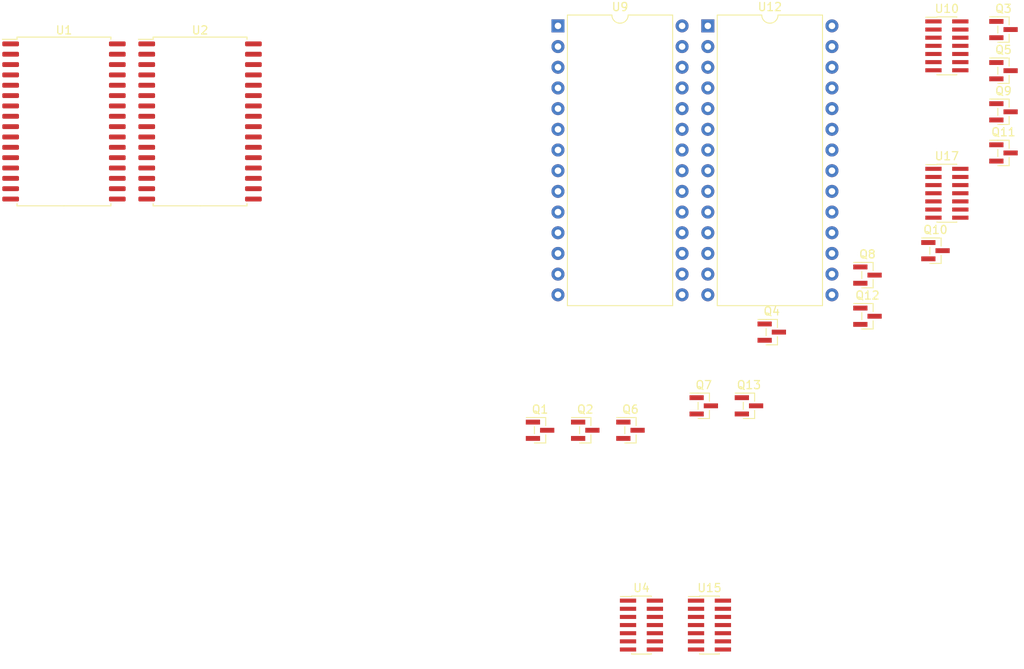
<source format=kicad_pcb>
(kicad_pcb (version 20171130) (host pcbnew "(5.1.6-0-10_14)")

  (general
    (thickness 1.6)
    (drawings 0)
    (tracks 0)
    (zones 0)
    (modules 21)
    (nets 43)
  )

  (page A4)
  (layers
    (0 F.Cu signal)
    (31 B.Cu signal)
    (32 B.Adhes user)
    (33 F.Adhes user)
    (34 B.Paste user)
    (35 F.Paste user)
    (36 B.SilkS user)
    (37 F.SilkS user)
    (38 B.Mask user)
    (39 F.Mask user)
    (40 Dwgs.User user)
    (41 Cmts.User user)
    (42 Eco1.User user)
    (43 Eco2.User user)
    (44 Edge.Cuts user)
    (45 Margin user)
    (46 B.CrtYd user)
    (47 F.CrtYd user)
    (48 B.Fab user)
    (49 F.Fab user)
  )

  (setup
    (last_trace_width 0.25)
    (trace_clearance 0.2)
    (zone_clearance 0.508)
    (zone_45_only no)
    (trace_min 0.2)
    (via_size 0.8)
    (via_drill 0.4)
    (via_min_size 0.4)
    (via_min_drill 0.3)
    (uvia_size 0.3)
    (uvia_drill 0.1)
    (uvias_allowed no)
    (uvia_min_size 0.2)
    (uvia_min_drill 0.1)
    (edge_width 0.05)
    (segment_width 0.2)
    (pcb_text_width 0.3)
    (pcb_text_size 1.5 1.5)
    (mod_edge_width 0.12)
    (mod_text_size 1 1)
    (mod_text_width 0.15)
    (pad_size 1.524 1.524)
    (pad_drill 0.762)
    (pad_to_mask_clearance 0.05)
    (aux_axis_origin 0 0)
    (visible_elements FFFFFF7F)
    (pcbplotparams
      (layerselection 0x010fc_ffffffff)
      (usegerberextensions false)
      (usegerberattributes true)
      (usegerberadvancedattributes true)
      (creategerberjobfile true)
      (excludeedgelayer true)
      (linewidth 0.100000)
      (plotframeref false)
      (viasonmask false)
      (mode 1)
      (useauxorigin false)
      (hpglpennumber 1)
      (hpglpenspeed 20)
      (hpglpendiameter 15.000000)
      (psnegative false)
      (psa4output false)
      (plotreference true)
      (plotvalue true)
      (plotinvisibletext false)
      (padsonsilk false)
      (subtractmaskfromsilk false)
      (outputformat 1)
      (mirror false)
      (drillshape 1)
      (scaleselection 1)
      (outputdirectory ""))
  )

  (net 0 "")
  (net 1 /LOW2)
  (net 2 /LOW1)
  (net 3 /LOW0)
  (net 4 /A1)
  (net 5 /A9)
  (net 6 /A2)
  (net 7 /A10)
  (net 8 /A3)
  (net 9 /A12)
  (net 10 /A4)
  (net 11 /A5)
  (net 12 /A11)
  (net 13 /A6)
  (net 14 /A7)
  (net 15 /LOW7)
  (net 16 /A8)
  (net 17 /LOW6)
  (net 18 /A13)
  (net 19 /LOW5)
  (net 20 /LOW4)
  (net 21 /LOW3)
  (net 22 /HIGH2)
  (net 23 /HIGH1)
  (net 24 /HIGH0)
  (net 25 /HIGH7)
  (net 26 /HIGH6)
  (net 27 /HIGH5)
  (net 28 /HIGH4)
  (net 29 /HIGH3)
  (net 30 /A16)
  (net 31 /A19)
  (net 32 /A14)
  (net 33 /A15)
  (net 34 /A17)
  (net 35 /A18)
  (net 36 /HIGH_BYTE)
  (net 37 /BYTE)
  (net 38 /~CLK)
  (net 39 /STORE)
  (net 40 /LOW_BYTE)
  (net 41 /LOW_BYTE_ACCESSED)
  (net 42 /~BYTE)

  (net_class Default "This is the default net class."
    (clearance 0.2)
    (trace_width 0.25)
    (via_dia 0.8)
    (via_drill 0.4)
    (uvia_dia 0.3)
    (uvia_drill 0.1)
    (add_net /A0)
    (add_net /A1)
    (add_net /A10)
    (add_net /A11)
    (add_net /A12)
    (add_net /A13)
    (add_net /A14)
    (add_net /A15)
    (add_net /A16)
    (add_net /A17)
    (add_net /A18)
    (add_net /A19)
    (add_net /A2)
    (add_net /A3)
    (add_net /A4)
    (add_net /A5)
    (add_net /A6)
    (add_net /A7)
    (add_net /A8)
    (add_net /A9)
    (add_net /BYTE)
    (add_net /HIGH0)
    (add_net /HIGH1)
    (add_net /HIGH2)
    (add_net /HIGH3)
    (add_net /HIGH4)
    (add_net /HIGH5)
    (add_net /HIGH6)
    (add_net /HIGH7)
    (add_net /HIGH_BYTE)
    (add_net /LOW0)
    (add_net /LOW1)
    (add_net /LOW2)
    (add_net /LOW3)
    (add_net /LOW4)
    (add_net /LOW5)
    (add_net /LOW6)
    (add_net /LOW7)
    (add_net /LOW_BYTE)
    (add_net /LOW_BYTE_ACCESSED)
    (add_net /STORE)
    (add_net /~BYTE)
    (add_net /~CLK)
    (add_net /~EVEN)
    (add_net /~HIGH_RAM_ENABLE)
    (add_net /~LOW_RAM_ENABLE)
    (add_net /~RAM_0_IN_EN)
    (add_net /~RAM_0_OUT_EN)
    (add_net /~RAM_1_IN_EN)
    (add_net /~RAM_1_OUT_EN)
    (add_net /~ROM_0_OUT_EN)
    (add_net /~ROM_1_OUT_EN)
    (add_net "Net-(Q1-Pad1)")
    (add_net "Net-(Q1-Pad2)")
    (add_net "Net-(Q1-Pad3)")
    (add_net "Net-(Q10-Pad1)")
    (add_net "Net-(Q10-Pad2)")
    (add_net "Net-(Q10-Pad3)")
    (add_net "Net-(Q11-Pad1)")
    (add_net "Net-(Q11-Pad2)")
    (add_net "Net-(Q11-Pad3)")
    (add_net "Net-(Q12-Pad1)")
    (add_net "Net-(Q12-Pad2)")
    (add_net "Net-(Q12-Pad3)")
    (add_net "Net-(Q13-Pad1)")
    (add_net "Net-(Q13-Pad2)")
    (add_net "Net-(Q13-Pad3)")
    (add_net "Net-(Q2-Pad1)")
    (add_net "Net-(Q2-Pad2)")
    (add_net "Net-(Q2-Pad3)")
    (add_net "Net-(Q3-Pad1)")
    (add_net "Net-(Q3-Pad2)")
    (add_net "Net-(Q3-Pad3)")
    (add_net "Net-(Q4-Pad1)")
    (add_net "Net-(Q4-Pad2)")
    (add_net "Net-(Q4-Pad3)")
    (add_net "Net-(Q5-Pad1)")
    (add_net "Net-(Q5-Pad2)")
    (add_net "Net-(Q5-Pad3)")
    (add_net "Net-(Q6-Pad1)")
    (add_net "Net-(Q6-Pad2)")
    (add_net "Net-(Q6-Pad3)")
    (add_net "Net-(Q7-Pad1)")
    (add_net "Net-(Q7-Pad2)")
    (add_net "Net-(Q7-Pad3)")
    (add_net "Net-(Q8-Pad1)")
    (add_net "Net-(Q8-Pad2)")
    (add_net "Net-(Q8-Pad3)")
    (add_net "Net-(Q9-Pad1)")
    (add_net "Net-(Q9-Pad2)")
    (add_net "Net-(Q9-Pad3)")
    (add_net "Net-(U1-Pad16)")
    (add_net "Net-(U1-Pad32)")
    (add_net "Net-(U10-Pad11)")
    (add_net "Net-(U10-Pad12)")
    (add_net "Net-(U10-Pad13)")
    (add_net "Net-(U10-Pad14)")
    (add_net "Net-(U10-Pad6)")
    (add_net "Net-(U10-Pad7)")
    (add_net "Net-(U10-Pad8)")
    (add_net "Net-(U12-Pad1)")
    (add_net "Net-(U12-Pad14)")
    (add_net "Net-(U12-Pad20)")
    (add_net "Net-(U12-Pad26)")
    (add_net "Net-(U12-Pad27)")
    (add_net "Net-(U12-Pad28)")
    (add_net "Net-(U15-Pad10)")
    (add_net "Net-(U15-Pad11)")
    (add_net "Net-(U15-Pad12)")
    (add_net "Net-(U15-Pad13)")
    (add_net "Net-(U15-Pad14)")
    (add_net "Net-(U15-Pad4)")
    (add_net "Net-(U15-Pad5)")
    (add_net "Net-(U15-Pad6)")
    (add_net "Net-(U15-Pad7)")
    (add_net "Net-(U15-Pad8)")
    (add_net "Net-(U15-Pad9)")
    (add_net "Net-(U17-Pad10)")
    (add_net "Net-(U17-Pad11)")
    (add_net "Net-(U17-Pad12)")
    (add_net "Net-(U17-Pad13)")
    (add_net "Net-(U17-Pad14)")
    (add_net "Net-(U17-Pad7)")
    (add_net "Net-(U17-Pad8)")
    (add_net "Net-(U17-Pad9)")
    (add_net "Net-(U2-Pad16)")
    (add_net "Net-(U2-Pad32)")
    (add_net "Net-(U9-Pad1)")
    (add_net "Net-(U9-Pad14)")
    (add_net "Net-(U9-Pad20)")
    (add_net "Net-(U9-Pad26)")
    (add_net "Net-(U9-Pad27)")
    (add_net "Net-(U9-Pad28)")
  )

  (module Connector_PinHeader_1.00mm:PinHeader_2x07_P1.00mm_Vertical_SMD (layer F.Cu) (tedit 59FED738) (tstamp 5F24F44E)
    (at 158.075001 151.345001)
    (descr "surface-mounted straight pin header, 2x07, 1.00mm pitch, double rows")
    (tags "Surface mounted pin header SMD 2x07 1.00mm double row")
    (path /5F20BF25)
    (attr smd)
    (fp_text reference U15 (at 0 -4.56) (layer F.SilkS)
      (effects (font (size 1 1) (thickness 0.15)))
    )
    (fp_text value 74LS02 (at 0 4.56) (layer F.Fab)
      (effects (font (size 1 1) (thickness 0.15)))
    )
    (fp_text user %R (at 0 0 90) (layer F.Fab)
      (effects (font (size 1 1) (thickness 0.15)))
    )
    (fp_line (start 1.15 3.5) (end -1.15 3.5) (layer F.Fab) (width 0.1))
    (fp_line (start -0.8 -3.5) (end 1.15 -3.5) (layer F.Fab) (width 0.1))
    (fp_line (start -1.15 3.5) (end -1.15 -3.15) (layer F.Fab) (width 0.1))
    (fp_line (start -1.15 -3.15) (end -0.8 -3.5) (layer F.Fab) (width 0.1))
    (fp_line (start 1.15 -3.5) (end 1.15 3.5) (layer F.Fab) (width 0.1))
    (fp_line (start -1.15 -3.15) (end -2.4 -3.15) (layer F.Fab) (width 0.1))
    (fp_line (start -2.4 -3.15) (end -2.4 -2.85) (layer F.Fab) (width 0.1))
    (fp_line (start -2.4 -2.85) (end -1.15 -2.85) (layer F.Fab) (width 0.1))
    (fp_line (start 1.15 -3.15) (end 2.4 -3.15) (layer F.Fab) (width 0.1))
    (fp_line (start 2.4 -3.15) (end 2.4 -2.85) (layer F.Fab) (width 0.1))
    (fp_line (start 2.4 -2.85) (end 1.15 -2.85) (layer F.Fab) (width 0.1))
    (fp_line (start -1.15 -2.15) (end -2.4 -2.15) (layer F.Fab) (width 0.1))
    (fp_line (start -2.4 -2.15) (end -2.4 -1.85) (layer F.Fab) (width 0.1))
    (fp_line (start -2.4 -1.85) (end -1.15 -1.85) (layer F.Fab) (width 0.1))
    (fp_line (start 1.15 -2.15) (end 2.4 -2.15) (layer F.Fab) (width 0.1))
    (fp_line (start 2.4 -2.15) (end 2.4 -1.85) (layer F.Fab) (width 0.1))
    (fp_line (start 2.4 -1.85) (end 1.15 -1.85) (layer F.Fab) (width 0.1))
    (fp_line (start -1.15 -1.15) (end -2.4 -1.15) (layer F.Fab) (width 0.1))
    (fp_line (start -2.4 -1.15) (end -2.4 -0.85) (layer F.Fab) (width 0.1))
    (fp_line (start -2.4 -0.85) (end -1.15 -0.85) (layer F.Fab) (width 0.1))
    (fp_line (start 1.15 -1.15) (end 2.4 -1.15) (layer F.Fab) (width 0.1))
    (fp_line (start 2.4 -1.15) (end 2.4 -0.85) (layer F.Fab) (width 0.1))
    (fp_line (start 2.4 -0.85) (end 1.15 -0.85) (layer F.Fab) (width 0.1))
    (fp_line (start -1.15 -0.15) (end -2.4 -0.15) (layer F.Fab) (width 0.1))
    (fp_line (start -2.4 -0.15) (end -2.4 0.15) (layer F.Fab) (width 0.1))
    (fp_line (start -2.4 0.15) (end -1.15 0.15) (layer F.Fab) (width 0.1))
    (fp_line (start 1.15 -0.15) (end 2.4 -0.15) (layer F.Fab) (width 0.1))
    (fp_line (start 2.4 -0.15) (end 2.4 0.15) (layer F.Fab) (width 0.1))
    (fp_line (start 2.4 0.15) (end 1.15 0.15) (layer F.Fab) (width 0.1))
    (fp_line (start -1.15 0.85) (end -2.4 0.85) (layer F.Fab) (width 0.1))
    (fp_line (start -2.4 0.85) (end -2.4 1.15) (layer F.Fab) (width 0.1))
    (fp_line (start -2.4 1.15) (end -1.15 1.15) (layer F.Fab) (width 0.1))
    (fp_line (start 1.15 0.85) (end 2.4 0.85) (layer F.Fab) (width 0.1))
    (fp_line (start 2.4 0.85) (end 2.4 1.15) (layer F.Fab) (width 0.1))
    (fp_line (start 2.4 1.15) (end 1.15 1.15) (layer F.Fab) (width 0.1))
    (fp_line (start -1.15 1.85) (end -2.4 1.85) (layer F.Fab) (width 0.1))
    (fp_line (start -2.4 1.85) (end -2.4 2.15) (layer F.Fab) (width 0.1))
    (fp_line (start -2.4 2.15) (end -1.15 2.15) (layer F.Fab) (width 0.1))
    (fp_line (start 1.15 1.85) (end 2.4 1.85) (layer F.Fab) (width 0.1))
    (fp_line (start 2.4 1.85) (end 2.4 2.15) (layer F.Fab) (width 0.1))
    (fp_line (start 2.4 2.15) (end 1.15 2.15) (layer F.Fab) (width 0.1))
    (fp_line (start -1.15 2.85) (end -2.4 2.85) (layer F.Fab) (width 0.1))
    (fp_line (start -2.4 2.85) (end -2.4 3.15) (layer F.Fab) (width 0.1))
    (fp_line (start -2.4 3.15) (end -1.15 3.15) (layer F.Fab) (width 0.1))
    (fp_line (start 1.15 2.85) (end 2.4 2.85) (layer F.Fab) (width 0.1))
    (fp_line (start 2.4 2.85) (end 2.4 3.15) (layer F.Fab) (width 0.1))
    (fp_line (start 2.4 3.15) (end 1.15 3.15) (layer F.Fab) (width 0.1))
    (fp_line (start -1.21 -3.56) (end 1.21 -3.56) (layer F.SilkS) (width 0.12))
    (fp_line (start -1.21 3.56) (end 1.21 3.56) (layer F.SilkS) (width 0.12))
    (fp_line (start -2.59 -3.51) (end -1.21 -3.51) (layer F.SilkS) (width 0.12))
    (fp_line (start -1.21 -3.56) (end -1.21 -3.51) (layer F.SilkS) (width 0.12))
    (fp_line (start 1.21 -3.56) (end 1.21 -3.51) (layer F.SilkS) (width 0.12))
    (fp_line (start -1.21 3.51) (end -1.21 3.56) (layer F.SilkS) (width 0.12))
    (fp_line (start 1.21 3.51) (end 1.21 3.56) (layer F.SilkS) (width 0.12))
    (fp_line (start -3.65 -4) (end -3.65 4) (layer F.CrtYd) (width 0.05))
    (fp_line (start -3.65 4) (end 3.65 4) (layer F.CrtYd) (width 0.05))
    (fp_line (start 3.65 4) (end 3.65 -4) (layer F.CrtYd) (width 0.05))
    (fp_line (start 3.65 -4) (end -3.65 -4) (layer F.CrtYd) (width 0.05))
    (pad 14 smd rect (at 1.65 3) (size 2 0.5) (layers F.Cu F.Paste F.Mask))
    (pad 13 smd rect (at -1.65 3) (size 2 0.5) (layers F.Cu F.Paste F.Mask))
    (pad 12 smd rect (at 1.65 2) (size 2 0.5) (layers F.Cu F.Paste F.Mask))
    (pad 11 smd rect (at -1.65 2) (size 2 0.5) (layers F.Cu F.Paste F.Mask))
    (pad 10 smd rect (at 1.65 1) (size 2 0.5) (layers F.Cu F.Paste F.Mask))
    (pad 9 smd rect (at -1.65 1) (size 2 0.5) (layers F.Cu F.Paste F.Mask))
    (pad 8 smd rect (at 1.65 0) (size 2 0.5) (layers F.Cu F.Paste F.Mask))
    (pad 7 smd rect (at -1.65 0) (size 2 0.5) (layers F.Cu F.Paste F.Mask))
    (pad 6 smd rect (at 1.65 -1) (size 2 0.5) (layers F.Cu F.Paste F.Mask))
    (pad 5 smd rect (at -1.65 -1) (size 2 0.5) (layers F.Cu F.Paste F.Mask))
    (pad 4 smd rect (at 1.65 -2) (size 2 0.5) (layers F.Cu F.Paste F.Mask))
    (pad 3 smd rect (at -1.65 -2) (size 2 0.5) (layers F.Cu F.Paste F.Mask))
    (pad 2 smd rect (at 1.65 -3) (size 2 0.5) (layers F.Cu F.Paste F.Mask))
    (pad 1 smd rect (at -1.65 -3) (size 2 0.5) (layers F.Cu F.Paste F.Mask))
    (model ${KISYS3DMOD}/Connector_PinHeader_1.00mm.3dshapes/PinHeader_2x07_P1.00mm_Vertical_SMD.wrl
      (at (xyz 0 0 0))
      (scale (xyz 1 1 1))
      (rotate (xyz 0 0 0))
    )
  )

  (module Connector_PinHeader_1.00mm:PinHeader_2x07_P1.00mm_Vertical_SMD (layer F.Cu) (tedit 59FED738) (tstamp 5F24F2AD)
    (at 149.725001 151.345001)
    (descr "surface-mounted straight pin header, 2x07, 1.00mm pitch, double rows")
    (tags "Surface mounted pin header SMD 2x07 1.00mm double row")
    (path /5F34D263)
    (attr smd)
    (fp_text reference U4 (at 0 -4.56) (layer F.SilkS)
      (effects (font (size 1 1) (thickness 0.15)))
    )
    (fp_text value 74LS08 (at 0 4.56) (layer F.Fab)
      (effects (font (size 1 1) (thickness 0.15)))
    )
    (fp_text user %R (at 0 0 90) (layer F.Fab)
      (effects (font (size 1 1) (thickness 0.15)))
    )
    (fp_line (start 1.15 3.5) (end -1.15 3.5) (layer F.Fab) (width 0.1))
    (fp_line (start -0.8 -3.5) (end 1.15 -3.5) (layer F.Fab) (width 0.1))
    (fp_line (start -1.15 3.5) (end -1.15 -3.15) (layer F.Fab) (width 0.1))
    (fp_line (start -1.15 -3.15) (end -0.8 -3.5) (layer F.Fab) (width 0.1))
    (fp_line (start 1.15 -3.5) (end 1.15 3.5) (layer F.Fab) (width 0.1))
    (fp_line (start -1.15 -3.15) (end -2.4 -3.15) (layer F.Fab) (width 0.1))
    (fp_line (start -2.4 -3.15) (end -2.4 -2.85) (layer F.Fab) (width 0.1))
    (fp_line (start -2.4 -2.85) (end -1.15 -2.85) (layer F.Fab) (width 0.1))
    (fp_line (start 1.15 -3.15) (end 2.4 -3.15) (layer F.Fab) (width 0.1))
    (fp_line (start 2.4 -3.15) (end 2.4 -2.85) (layer F.Fab) (width 0.1))
    (fp_line (start 2.4 -2.85) (end 1.15 -2.85) (layer F.Fab) (width 0.1))
    (fp_line (start -1.15 -2.15) (end -2.4 -2.15) (layer F.Fab) (width 0.1))
    (fp_line (start -2.4 -2.15) (end -2.4 -1.85) (layer F.Fab) (width 0.1))
    (fp_line (start -2.4 -1.85) (end -1.15 -1.85) (layer F.Fab) (width 0.1))
    (fp_line (start 1.15 -2.15) (end 2.4 -2.15) (layer F.Fab) (width 0.1))
    (fp_line (start 2.4 -2.15) (end 2.4 -1.85) (layer F.Fab) (width 0.1))
    (fp_line (start 2.4 -1.85) (end 1.15 -1.85) (layer F.Fab) (width 0.1))
    (fp_line (start -1.15 -1.15) (end -2.4 -1.15) (layer F.Fab) (width 0.1))
    (fp_line (start -2.4 -1.15) (end -2.4 -0.85) (layer F.Fab) (width 0.1))
    (fp_line (start -2.4 -0.85) (end -1.15 -0.85) (layer F.Fab) (width 0.1))
    (fp_line (start 1.15 -1.15) (end 2.4 -1.15) (layer F.Fab) (width 0.1))
    (fp_line (start 2.4 -1.15) (end 2.4 -0.85) (layer F.Fab) (width 0.1))
    (fp_line (start 2.4 -0.85) (end 1.15 -0.85) (layer F.Fab) (width 0.1))
    (fp_line (start -1.15 -0.15) (end -2.4 -0.15) (layer F.Fab) (width 0.1))
    (fp_line (start -2.4 -0.15) (end -2.4 0.15) (layer F.Fab) (width 0.1))
    (fp_line (start -2.4 0.15) (end -1.15 0.15) (layer F.Fab) (width 0.1))
    (fp_line (start 1.15 -0.15) (end 2.4 -0.15) (layer F.Fab) (width 0.1))
    (fp_line (start 2.4 -0.15) (end 2.4 0.15) (layer F.Fab) (width 0.1))
    (fp_line (start 2.4 0.15) (end 1.15 0.15) (layer F.Fab) (width 0.1))
    (fp_line (start -1.15 0.85) (end -2.4 0.85) (layer F.Fab) (width 0.1))
    (fp_line (start -2.4 0.85) (end -2.4 1.15) (layer F.Fab) (width 0.1))
    (fp_line (start -2.4 1.15) (end -1.15 1.15) (layer F.Fab) (width 0.1))
    (fp_line (start 1.15 0.85) (end 2.4 0.85) (layer F.Fab) (width 0.1))
    (fp_line (start 2.4 0.85) (end 2.4 1.15) (layer F.Fab) (width 0.1))
    (fp_line (start 2.4 1.15) (end 1.15 1.15) (layer F.Fab) (width 0.1))
    (fp_line (start -1.15 1.85) (end -2.4 1.85) (layer F.Fab) (width 0.1))
    (fp_line (start -2.4 1.85) (end -2.4 2.15) (layer F.Fab) (width 0.1))
    (fp_line (start -2.4 2.15) (end -1.15 2.15) (layer F.Fab) (width 0.1))
    (fp_line (start 1.15 1.85) (end 2.4 1.85) (layer F.Fab) (width 0.1))
    (fp_line (start 2.4 1.85) (end 2.4 2.15) (layer F.Fab) (width 0.1))
    (fp_line (start 2.4 2.15) (end 1.15 2.15) (layer F.Fab) (width 0.1))
    (fp_line (start -1.15 2.85) (end -2.4 2.85) (layer F.Fab) (width 0.1))
    (fp_line (start -2.4 2.85) (end -2.4 3.15) (layer F.Fab) (width 0.1))
    (fp_line (start -2.4 3.15) (end -1.15 3.15) (layer F.Fab) (width 0.1))
    (fp_line (start 1.15 2.85) (end 2.4 2.85) (layer F.Fab) (width 0.1))
    (fp_line (start 2.4 2.85) (end 2.4 3.15) (layer F.Fab) (width 0.1))
    (fp_line (start 2.4 3.15) (end 1.15 3.15) (layer F.Fab) (width 0.1))
    (fp_line (start -1.21 -3.56) (end 1.21 -3.56) (layer F.SilkS) (width 0.12))
    (fp_line (start -1.21 3.56) (end 1.21 3.56) (layer F.SilkS) (width 0.12))
    (fp_line (start -2.59 -3.51) (end -1.21 -3.51) (layer F.SilkS) (width 0.12))
    (fp_line (start -1.21 -3.56) (end -1.21 -3.51) (layer F.SilkS) (width 0.12))
    (fp_line (start 1.21 -3.56) (end 1.21 -3.51) (layer F.SilkS) (width 0.12))
    (fp_line (start -1.21 3.51) (end -1.21 3.56) (layer F.SilkS) (width 0.12))
    (fp_line (start 1.21 3.51) (end 1.21 3.56) (layer F.SilkS) (width 0.12))
    (fp_line (start -3.65 -4) (end -3.65 4) (layer F.CrtYd) (width 0.05))
    (fp_line (start -3.65 4) (end 3.65 4) (layer F.CrtYd) (width 0.05))
    (fp_line (start 3.65 4) (end 3.65 -4) (layer F.CrtYd) (width 0.05))
    (fp_line (start 3.65 -4) (end -3.65 -4) (layer F.CrtYd) (width 0.05))
    (pad 14 smd rect (at 1.65 3) (size 2 0.5) (layers F.Cu F.Paste F.Mask))
    (pad 13 smd rect (at -1.65 3) (size 2 0.5) (layers F.Cu F.Paste F.Mask))
    (pad 12 smd rect (at 1.65 2) (size 2 0.5) (layers F.Cu F.Paste F.Mask))
    (pad 11 smd rect (at -1.65 2) (size 2 0.5) (layers F.Cu F.Paste F.Mask))
    (pad 10 smd rect (at 1.65 1) (size 2 0.5) (layers F.Cu F.Paste F.Mask))
    (pad 9 smd rect (at -1.65 1) (size 2 0.5) (layers F.Cu F.Paste F.Mask))
    (pad 8 smd rect (at 1.65 0) (size 2 0.5) (layers F.Cu F.Paste F.Mask))
    (pad 7 smd rect (at -1.65 0) (size 2 0.5) (layers F.Cu F.Paste F.Mask))
    (pad 6 smd rect (at 1.65 -1) (size 2 0.5) (layers F.Cu F.Paste F.Mask))
    (pad 5 smd rect (at -1.65 -1) (size 2 0.5) (layers F.Cu F.Paste F.Mask))
    (pad 4 smd rect (at 1.65 -2) (size 2 0.5) (layers F.Cu F.Paste F.Mask))
    (pad 3 smd rect (at -1.65 -2) (size 2 0.5) (layers F.Cu F.Paste F.Mask)
      (net 36 /HIGH_BYTE))
    (pad 2 smd rect (at 1.65 -3) (size 2 0.5) (layers F.Cu F.Paste F.Mask)
      (net 37 /BYTE))
    (pad 1 smd rect (at -1.65 -3) (size 2 0.5) (layers F.Cu F.Paste F.Mask))
    (model ${KISYS3DMOD}/Connector_PinHeader_1.00mm.3dshapes/PinHeader_2x07_P1.00mm_Vertical_SMD.wrl
      (at (xyz 0 0 0))
      (scale (xyz 1 1 1))
      (rotate (xyz 0 0 0))
    )
  )

  (module Package_SO:SSOP-32_11.305x20.495mm_P1.27mm (layer F.Cu) (tedit 5D9F72B1) (tstamp 5F24E0A0)
    (at 95.53 89.51)
    (descr "SSOP, 32 Pin (http://www.issi.com/WW/pdf/61-64C5128AL.pdf), generated with kicad-footprint-generator ipc_gullwing_generator.py")
    (tags "SSOP SO")
    (path /5F25F5BE)
    (attr smd)
    (fp_text reference U2 (at 0 -11.2) (layer F.SilkS)
      (effects (font (size 1 1) (thickness 0.15)))
    )
    (fp_text value IS61C5128AS-25QLI (at 0 11.2) (layer F.Fab)
      (effects (font (size 1 1) (thickness 0.15)))
    )
    (fp_line (start 7.83 -10.5) (end -7.83 -10.5) (layer F.CrtYd) (width 0.05))
    (fp_line (start 7.83 10.5) (end 7.83 -10.5) (layer F.CrtYd) (width 0.05))
    (fp_line (start -7.83 10.5) (end 7.83 10.5) (layer F.CrtYd) (width 0.05))
    (fp_line (start -7.83 -10.5) (end -7.83 10.5) (layer F.CrtYd) (width 0.05))
    (fp_line (start -5.6525 -9.2475) (end -4.6525 -10.2475) (layer F.Fab) (width 0.1))
    (fp_line (start -5.6525 10.2475) (end -5.6525 -9.2475) (layer F.Fab) (width 0.1))
    (fp_line (start 5.6525 10.2475) (end -5.6525 10.2475) (layer F.Fab) (width 0.1))
    (fp_line (start 5.6525 -10.2475) (end 5.6525 10.2475) (layer F.Fab) (width 0.1))
    (fp_line (start -4.6525 -10.2475) (end 5.6525 -10.2475) (layer F.Fab) (width 0.1))
    (fp_line (start -5.7625 -10.085) (end -7.575 -10.085) (layer F.SilkS) (width 0.12))
    (fp_line (start -5.7625 -10.3575) (end -5.7625 -10.085) (layer F.SilkS) (width 0.12))
    (fp_line (start 0 -10.3575) (end -5.7625 -10.3575) (layer F.SilkS) (width 0.12))
    (fp_line (start 5.7625 -10.3575) (end 5.7625 -10.085) (layer F.SilkS) (width 0.12))
    (fp_line (start 0 -10.3575) (end 5.7625 -10.3575) (layer F.SilkS) (width 0.12))
    (fp_line (start -5.7625 10.3575) (end -5.7625 10.085) (layer F.SilkS) (width 0.12))
    (fp_line (start 0 10.3575) (end -5.7625 10.3575) (layer F.SilkS) (width 0.12))
    (fp_line (start 5.7625 10.3575) (end 5.7625 10.085) (layer F.SilkS) (width 0.12))
    (fp_line (start 0 10.3575) (end 5.7625 10.3575) (layer F.SilkS) (width 0.12))
    (fp_text user %R (at 0 0) (layer F.Fab)
      (effects (font (size 1 1) (thickness 0.15)))
    )
    (pad 32 smd roundrect (at 6.55 -9.525) (size 2.05 0.6) (layers F.Cu F.Paste F.Mask) (roundrect_rratio 0.25))
    (pad 31 smd roundrect (at 6.55 -8.255) (size 2.05 0.6) (layers F.Cu F.Paste F.Mask) (roundrect_rratio 0.25)
      (net 30 /A16))
    (pad 30 smd roundrect (at 6.55 -6.985) (size 2.05 0.6) (layers F.Cu F.Paste F.Mask) (roundrect_rratio 0.25)
      (net 31 /A19))
    (pad 29 smd roundrect (at 6.55 -5.715) (size 2.05 0.6) (layers F.Cu F.Paste F.Mask) (roundrect_rratio 0.25))
    (pad 28 smd roundrect (at 6.55 -4.445) (size 2.05 0.6) (layers F.Cu F.Paste F.Mask) (roundrect_rratio 0.25)
      (net 32 /A14))
    (pad 27 smd roundrect (at 6.55 -3.175) (size 2.05 0.6) (layers F.Cu F.Paste F.Mask) (roundrect_rratio 0.25)
      (net 5 /A9))
    (pad 26 smd roundrect (at 6.55 -1.905) (size 2.05 0.6) (layers F.Cu F.Paste F.Mask) (roundrect_rratio 0.25)
      (net 7 /A10))
    (pad 25 smd roundrect (at 6.55 -0.635) (size 2.05 0.6) (layers F.Cu F.Paste F.Mask) (roundrect_rratio 0.25)
      (net 9 /A12))
    (pad 24 smd roundrect (at 6.55 0.635) (size 2.05 0.6) (layers F.Cu F.Paste F.Mask) (roundrect_rratio 0.25))
    (pad 23 smd roundrect (at 6.55 1.905) (size 2.05 0.6) (layers F.Cu F.Paste F.Mask) (roundrect_rratio 0.25)
      (net 12 /A11))
    (pad 22 smd roundrect (at 6.55 3.175) (size 2.05 0.6) (layers F.Cu F.Paste F.Mask) (roundrect_rratio 0.25))
    (pad 21 smd roundrect (at 6.55 4.445) (size 2.05 0.6) (layers F.Cu F.Paste F.Mask) (roundrect_rratio 0.25)
      (net 25 /HIGH7))
    (pad 20 smd roundrect (at 6.55 5.715) (size 2.05 0.6) (layers F.Cu F.Paste F.Mask) (roundrect_rratio 0.25)
      (net 26 /HIGH6))
    (pad 19 smd roundrect (at 6.55 6.985) (size 2.05 0.6) (layers F.Cu F.Paste F.Mask) (roundrect_rratio 0.25)
      (net 27 /HIGH5))
    (pad 18 smd roundrect (at 6.55 8.255) (size 2.05 0.6) (layers F.Cu F.Paste F.Mask) (roundrect_rratio 0.25)
      (net 28 /HIGH4))
    (pad 17 smd roundrect (at 6.55 9.525) (size 2.05 0.6) (layers F.Cu F.Paste F.Mask) (roundrect_rratio 0.25)
      (net 29 /HIGH3))
    (pad 16 smd roundrect (at -6.55 9.525) (size 2.05 0.6) (layers F.Cu F.Paste F.Mask) (roundrect_rratio 0.25))
    (pad 15 smd roundrect (at -6.55 8.255) (size 2.05 0.6) (layers F.Cu F.Paste F.Mask) (roundrect_rratio 0.25)
      (net 22 /HIGH2))
    (pad 14 smd roundrect (at -6.55 6.985) (size 2.05 0.6) (layers F.Cu F.Paste F.Mask) (roundrect_rratio 0.25)
      (net 23 /HIGH1))
    (pad 13 smd roundrect (at -6.55 5.715) (size 2.05 0.6) (layers F.Cu F.Paste F.Mask) (roundrect_rratio 0.25)
      (net 24 /HIGH0))
    (pad 12 smd roundrect (at -6.55 4.445) (size 2.05 0.6) (layers F.Cu F.Paste F.Mask) (roundrect_rratio 0.25)
      (net 4 /A1))
    (pad 11 smd roundrect (at -6.55 3.175) (size 2.05 0.6) (layers F.Cu F.Paste F.Mask) (roundrect_rratio 0.25)
      (net 6 /A2))
    (pad 10 smd roundrect (at -6.55 1.905) (size 2.05 0.6) (layers F.Cu F.Paste F.Mask) (roundrect_rratio 0.25)
      (net 8 /A3))
    (pad 9 smd roundrect (at -6.55 0.635) (size 2.05 0.6) (layers F.Cu F.Paste F.Mask) (roundrect_rratio 0.25)
      (net 10 /A4))
    (pad 8 smd roundrect (at -6.55 -0.635) (size 2.05 0.6) (layers F.Cu F.Paste F.Mask) (roundrect_rratio 0.25)
      (net 11 /A5))
    (pad 7 smd roundrect (at -6.55 -1.905) (size 2.05 0.6) (layers F.Cu F.Paste F.Mask) (roundrect_rratio 0.25)
      (net 13 /A6))
    (pad 6 smd roundrect (at -6.55 -3.175) (size 2.05 0.6) (layers F.Cu F.Paste F.Mask) (roundrect_rratio 0.25)
      (net 14 /A7))
    (pad 5 smd roundrect (at -6.55 -4.445) (size 2.05 0.6) (layers F.Cu F.Paste F.Mask) (roundrect_rratio 0.25)
      (net 16 /A8))
    (pad 4 smd roundrect (at -6.55 -5.715) (size 2.05 0.6) (layers F.Cu F.Paste F.Mask) (roundrect_rratio 0.25)
      (net 18 /A13))
    (pad 3 smd roundrect (at -6.55 -6.985) (size 2.05 0.6) (layers F.Cu F.Paste F.Mask) (roundrect_rratio 0.25)
      (net 33 /A15))
    (pad 2 smd roundrect (at -6.55 -8.255) (size 2.05 0.6) (layers F.Cu F.Paste F.Mask) (roundrect_rratio 0.25)
      (net 34 /A17))
    (pad 1 smd roundrect (at -6.55 -9.525) (size 2.05 0.6) (layers F.Cu F.Paste F.Mask) (roundrect_rratio 0.25)
      (net 35 /A18))
    (model ${KISYS3DMOD}/Package_SO.3dshapes/SSOP-32_11.305x20.495mm_P1.27mm.wrl
      (at (xyz 0 0 0))
      (scale (xyz 1 1 1))
      (rotate (xyz 0 0 0))
    )
  )

  (module Package_SO:SSOP-32_11.305x20.495mm_P1.27mm (layer F.Cu) (tedit 5D9F72B1) (tstamp 5F24E069)
    (at 78.82 89.51)
    (descr "SSOP, 32 Pin (http://www.issi.com/WW/pdf/61-64C5128AL.pdf), generated with kicad-footprint-generator ipc_gullwing_generator.py")
    (tags "SSOP SO")
    (path /5F24CE0D)
    (attr smd)
    (fp_text reference U1 (at 0 -11.2) (layer F.SilkS)
      (effects (font (size 1 1) (thickness 0.15)))
    )
    (fp_text value IS61C5128AS-25QLI (at 0 11.2) (layer F.Fab)
      (effects (font (size 1 1) (thickness 0.15)))
    )
    (fp_line (start 7.83 -10.5) (end -7.83 -10.5) (layer F.CrtYd) (width 0.05))
    (fp_line (start 7.83 10.5) (end 7.83 -10.5) (layer F.CrtYd) (width 0.05))
    (fp_line (start -7.83 10.5) (end 7.83 10.5) (layer F.CrtYd) (width 0.05))
    (fp_line (start -7.83 -10.5) (end -7.83 10.5) (layer F.CrtYd) (width 0.05))
    (fp_line (start -5.6525 -9.2475) (end -4.6525 -10.2475) (layer F.Fab) (width 0.1))
    (fp_line (start -5.6525 10.2475) (end -5.6525 -9.2475) (layer F.Fab) (width 0.1))
    (fp_line (start 5.6525 10.2475) (end -5.6525 10.2475) (layer F.Fab) (width 0.1))
    (fp_line (start 5.6525 -10.2475) (end 5.6525 10.2475) (layer F.Fab) (width 0.1))
    (fp_line (start -4.6525 -10.2475) (end 5.6525 -10.2475) (layer F.Fab) (width 0.1))
    (fp_line (start -5.7625 -10.085) (end -7.575 -10.085) (layer F.SilkS) (width 0.12))
    (fp_line (start -5.7625 -10.3575) (end -5.7625 -10.085) (layer F.SilkS) (width 0.12))
    (fp_line (start 0 -10.3575) (end -5.7625 -10.3575) (layer F.SilkS) (width 0.12))
    (fp_line (start 5.7625 -10.3575) (end 5.7625 -10.085) (layer F.SilkS) (width 0.12))
    (fp_line (start 0 -10.3575) (end 5.7625 -10.3575) (layer F.SilkS) (width 0.12))
    (fp_line (start -5.7625 10.3575) (end -5.7625 10.085) (layer F.SilkS) (width 0.12))
    (fp_line (start 0 10.3575) (end -5.7625 10.3575) (layer F.SilkS) (width 0.12))
    (fp_line (start 5.7625 10.3575) (end 5.7625 10.085) (layer F.SilkS) (width 0.12))
    (fp_line (start 0 10.3575) (end 5.7625 10.3575) (layer F.SilkS) (width 0.12))
    (fp_text user %R (at 0 0) (layer F.Fab)
      (effects (font (size 1 1) (thickness 0.15)))
    )
    (pad 32 smd roundrect (at 6.55 -9.525) (size 2.05 0.6) (layers F.Cu F.Paste F.Mask) (roundrect_rratio 0.25))
    (pad 31 smd roundrect (at 6.55 -8.255) (size 2.05 0.6) (layers F.Cu F.Paste F.Mask) (roundrect_rratio 0.25)
      (net 30 /A16))
    (pad 30 smd roundrect (at 6.55 -6.985) (size 2.05 0.6) (layers F.Cu F.Paste F.Mask) (roundrect_rratio 0.25)
      (net 31 /A19))
    (pad 29 smd roundrect (at 6.55 -5.715) (size 2.05 0.6) (layers F.Cu F.Paste F.Mask) (roundrect_rratio 0.25))
    (pad 28 smd roundrect (at 6.55 -4.445) (size 2.05 0.6) (layers F.Cu F.Paste F.Mask) (roundrect_rratio 0.25)
      (net 32 /A14))
    (pad 27 smd roundrect (at 6.55 -3.175) (size 2.05 0.6) (layers F.Cu F.Paste F.Mask) (roundrect_rratio 0.25)
      (net 5 /A9))
    (pad 26 smd roundrect (at 6.55 -1.905) (size 2.05 0.6) (layers F.Cu F.Paste F.Mask) (roundrect_rratio 0.25)
      (net 7 /A10))
    (pad 25 smd roundrect (at 6.55 -0.635) (size 2.05 0.6) (layers F.Cu F.Paste F.Mask) (roundrect_rratio 0.25)
      (net 9 /A12))
    (pad 24 smd roundrect (at 6.55 0.635) (size 2.05 0.6) (layers F.Cu F.Paste F.Mask) (roundrect_rratio 0.25))
    (pad 23 smd roundrect (at 6.55 1.905) (size 2.05 0.6) (layers F.Cu F.Paste F.Mask) (roundrect_rratio 0.25)
      (net 12 /A11))
    (pad 22 smd roundrect (at 6.55 3.175) (size 2.05 0.6) (layers F.Cu F.Paste F.Mask) (roundrect_rratio 0.25))
    (pad 21 smd roundrect (at 6.55 4.445) (size 2.05 0.6) (layers F.Cu F.Paste F.Mask) (roundrect_rratio 0.25)
      (net 15 /LOW7))
    (pad 20 smd roundrect (at 6.55 5.715) (size 2.05 0.6) (layers F.Cu F.Paste F.Mask) (roundrect_rratio 0.25)
      (net 17 /LOW6))
    (pad 19 smd roundrect (at 6.55 6.985) (size 2.05 0.6) (layers F.Cu F.Paste F.Mask) (roundrect_rratio 0.25)
      (net 19 /LOW5))
    (pad 18 smd roundrect (at 6.55 8.255) (size 2.05 0.6) (layers F.Cu F.Paste F.Mask) (roundrect_rratio 0.25)
      (net 20 /LOW4))
    (pad 17 smd roundrect (at 6.55 9.525) (size 2.05 0.6) (layers F.Cu F.Paste F.Mask) (roundrect_rratio 0.25)
      (net 21 /LOW3))
    (pad 16 smd roundrect (at -6.55 9.525) (size 2.05 0.6) (layers F.Cu F.Paste F.Mask) (roundrect_rratio 0.25))
    (pad 15 smd roundrect (at -6.55 8.255) (size 2.05 0.6) (layers F.Cu F.Paste F.Mask) (roundrect_rratio 0.25)
      (net 1 /LOW2))
    (pad 14 smd roundrect (at -6.55 6.985) (size 2.05 0.6) (layers F.Cu F.Paste F.Mask) (roundrect_rratio 0.25)
      (net 2 /LOW1))
    (pad 13 smd roundrect (at -6.55 5.715) (size 2.05 0.6) (layers F.Cu F.Paste F.Mask) (roundrect_rratio 0.25)
      (net 3 /LOW0))
    (pad 12 smd roundrect (at -6.55 4.445) (size 2.05 0.6) (layers F.Cu F.Paste F.Mask) (roundrect_rratio 0.25)
      (net 4 /A1))
    (pad 11 smd roundrect (at -6.55 3.175) (size 2.05 0.6) (layers F.Cu F.Paste F.Mask) (roundrect_rratio 0.25)
      (net 6 /A2))
    (pad 10 smd roundrect (at -6.55 1.905) (size 2.05 0.6) (layers F.Cu F.Paste F.Mask) (roundrect_rratio 0.25)
      (net 8 /A3))
    (pad 9 smd roundrect (at -6.55 0.635) (size 2.05 0.6) (layers F.Cu F.Paste F.Mask) (roundrect_rratio 0.25)
      (net 10 /A4))
    (pad 8 smd roundrect (at -6.55 -0.635) (size 2.05 0.6) (layers F.Cu F.Paste F.Mask) (roundrect_rratio 0.25)
      (net 11 /A5))
    (pad 7 smd roundrect (at -6.55 -1.905) (size 2.05 0.6) (layers F.Cu F.Paste F.Mask) (roundrect_rratio 0.25)
      (net 13 /A6))
    (pad 6 smd roundrect (at -6.55 -3.175) (size 2.05 0.6) (layers F.Cu F.Paste F.Mask) (roundrect_rratio 0.25)
      (net 14 /A7))
    (pad 5 smd roundrect (at -6.55 -4.445) (size 2.05 0.6) (layers F.Cu F.Paste F.Mask) (roundrect_rratio 0.25)
      (net 16 /A8))
    (pad 4 smd roundrect (at -6.55 -5.715) (size 2.05 0.6) (layers F.Cu F.Paste F.Mask) (roundrect_rratio 0.25)
      (net 18 /A13))
    (pad 3 smd roundrect (at -6.55 -6.985) (size 2.05 0.6) (layers F.Cu F.Paste F.Mask) (roundrect_rratio 0.25)
      (net 33 /A15))
    (pad 2 smd roundrect (at -6.55 -8.255) (size 2.05 0.6) (layers F.Cu F.Paste F.Mask) (roundrect_rratio 0.25)
      (net 34 /A17))
    (pad 1 smd roundrect (at -6.55 -9.525) (size 2.05 0.6) (layers F.Cu F.Paste F.Mask) (roundrect_rratio 0.25)
      (net 35 /A18))
    (model ${KISYS3DMOD}/Package_SO.3dshapes/SSOP-32_11.305x20.495mm_P1.27mm.wrl
      (at (xyz 0 0 0))
      (scale (xyz 1 1 1))
      (rotate (xyz 0 0 0))
    )
  )

  (module Connector_PinHeader_1.00mm:PinHeader_2x07_P1.00mm_Vertical_SMD (layer F.Cu) (tedit 59FED738) (tstamp 5F1E32D9)
    (at 187.225001 98.325001)
    (descr "surface-mounted straight pin header, 2x07, 1.00mm pitch, double rows")
    (tags "Surface mounted pin header SMD 2x07 1.00mm double row")
    (path /5F217BCA)
    (attr smd)
    (fp_text reference U17 (at 0 -4.56) (layer F.SilkS)
      (effects (font (size 1 1) (thickness 0.15)))
    )
    (fp_text value 74LS32 (at 0 4.56) (layer F.Fab)
      (effects (font (size 1 1) (thickness 0.15)))
    )
    (fp_line (start 1.15 3.5) (end -1.15 3.5) (layer F.Fab) (width 0.1))
    (fp_line (start -0.8 -3.5) (end 1.15 -3.5) (layer F.Fab) (width 0.1))
    (fp_line (start -1.15 3.5) (end -1.15 -3.15) (layer F.Fab) (width 0.1))
    (fp_line (start -1.15 -3.15) (end -0.8 -3.5) (layer F.Fab) (width 0.1))
    (fp_line (start 1.15 -3.5) (end 1.15 3.5) (layer F.Fab) (width 0.1))
    (fp_line (start -1.15 -3.15) (end -2.4 -3.15) (layer F.Fab) (width 0.1))
    (fp_line (start -2.4 -3.15) (end -2.4 -2.85) (layer F.Fab) (width 0.1))
    (fp_line (start -2.4 -2.85) (end -1.15 -2.85) (layer F.Fab) (width 0.1))
    (fp_line (start 1.15 -3.15) (end 2.4 -3.15) (layer F.Fab) (width 0.1))
    (fp_line (start 2.4 -3.15) (end 2.4 -2.85) (layer F.Fab) (width 0.1))
    (fp_line (start 2.4 -2.85) (end 1.15 -2.85) (layer F.Fab) (width 0.1))
    (fp_line (start -1.15 -2.15) (end -2.4 -2.15) (layer F.Fab) (width 0.1))
    (fp_line (start -2.4 -2.15) (end -2.4 -1.85) (layer F.Fab) (width 0.1))
    (fp_line (start -2.4 -1.85) (end -1.15 -1.85) (layer F.Fab) (width 0.1))
    (fp_line (start 1.15 -2.15) (end 2.4 -2.15) (layer F.Fab) (width 0.1))
    (fp_line (start 2.4 -2.15) (end 2.4 -1.85) (layer F.Fab) (width 0.1))
    (fp_line (start 2.4 -1.85) (end 1.15 -1.85) (layer F.Fab) (width 0.1))
    (fp_line (start -1.15 -1.15) (end -2.4 -1.15) (layer F.Fab) (width 0.1))
    (fp_line (start -2.4 -1.15) (end -2.4 -0.85) (layer F.Fab) (width 0.1))
    (fp_line (start -2.4 -0.85) (end -1.15 -0.85) (layer F.Fab) (width 0.1))
    (fp_line (start 1.15 -1.15) (end 2.4 -1.15) (layer F.Fab) (width 0.1))
    (fp_line (start 2.4 -1.15) (end 2.4 -0.85) (layer F.Fab) (width 0.1))
    (fp_line (start 2.4 -0.85) (end 1.15 -0.85) (layer F.Fab) (width 0.1))
    (fp_line (start -1.15 -0.15) (end -2.4 -0.15) (layer F.Fab) (width 0.1))
    (fp_line (start -2.4 -0.15) (end -2.4 0.15) (layer F.Fab) (width 0.1))
    (fp_line (start -2.4 0.15) (end -1.15 0.15) (layer F.Fab) (width 0.1))
    (fp_line (start 1.15 -0.15) (end 2.4 -0.15) (layer F.Fab) (width 0.1))
    (fp_line (start 2.4 -0.15) (end 2.4 0.15) (layer F.Fab) (width 0.1))
    (fp_line (start 2.4 0.15) (end 1.15 0.15) (layer F.Fab) (width 0.1))
    (fp_line (start -1.15 0.85) (end -2.4 0.85) (layer F.Fab) (width 0.1))
    (fp_line (start -2.4 0.85) (end -2.4 1.15) (layer F.Fab) (width 0.1))
    (fp_line (start -2.4 1.15) (end -1.15 1.15) (layer F.Fab) (width 0.1))
    (fp_line (start 1.15 0.85) (end 2.4 0.85) (layer F.Fab) (width 0.1))
    (fp_line (start 2.4 0.85) (end 2.4 1.15) (layer F.Fab) (width 0.1))
    (fp_line (start 2.4 1.15) (end 1.15 1.15) (layer F.Fab) (width 0.1))
    (fp_line (start -1.15 1.85) (end -2.4 1.85) (layer F.Fab) (width 0.1))
    (fp_line (start -2.4 1.85) (end -2.4 2.15) (layer F.Fab) (width 0.1))
    (fp_line (start -2.4 2.15) (end -1.15 2.15) (layer F.Fab) (width 0.1))
    (fp_line (start 1.15 1.85) (end 2.4 1.85) (layer F.Fab) (width 0.1))
    (fp_line (start 2.4 1.85) (end 2.4 2.15) (layer F.Fab) (width 0.1))
    (fp_line (start 2.4 2.15) (end 1.15 2.15) (layer F.Fab) (width 0.1))
    (fp_line (start -1.15 2.85) (end -2.4 2.85) (layer F.Fab) (width 0.1))
    (fp_line (start -2.4 2.85) (end -2.4 3.15) (layer F.Fab) (width 0.1))
    (fp_line (start -2.4 3.15) (end -1.15 3.15) (layer F.Fab) (width 0.1))
    (fp_line (start 1.15 2.85) (end 2.4 2.85) (layer F.Fab) (width 0.1))
    (fp_line (start 2.4 2.85) (end 2.4 3.15) (layer F.Fab) (width 0.1))
    (fp_line (start 2.4 3.15) (end 1.15 3.15) (layer F.Fab) (width 0.1))
    (fp_line (start -1.21 -3.56) (end 1.21 -3.56) (layer F.SilkS) (width 0.12))
    (fp_line (start -1.21 3.56) (end 1.21 3.56) (layer F.SilkS) (width 0.12))
    (fp_line (start -2.59 -3.51) (end -1.21 -3.51) (layer F.SilkS) (width 0.12))
    (fp_line (start -1.21 -3.56) (end -1.21 -3.51) (layer F.SilkS) (width 0.12))
    (fp_line (start 1.21 -3.56) (end 1.21 -3.51) (layer F.SilkS) (width 0.12))
    (fp_line (start -1.21 3.51) (end -1.21 3.56) (layer F.SilkS) (width 0.12))
    (fp_line (start 1.21 3.51) (end 1.21 3.56) (layer F.SilkS) (width 0.12))
    (fp_line (start -3.65 -4) (end -3.65 4) (layer F.CrtYd) (width 0.05))
    (fp_line (start -3.65 4) (end 3.65 4) (layer F.CrtYd) (width 0.05))
    (fp_line (start 3.65 4) (end 3.65 -4) (layer F.CrtYd) (width 0.05))
    (fp_line (start 3.65 -4) (end -3.65 -4) (layer F.CrtYd) (width 0.05))
    (fp_text user %R (at 0 0 90) (layer F.Fab)
      (effects (font (size 1 1) (thickness 0.15)))
    )
    (pad 14 smd rect (at 1.65 3) (size 2 0.5) (layers F.Cu F.Paste F.Mask))
    (pad 13 smd rect (at -1.65 3) (size 2 0.5) (layers F.Cu F.Paste F.Mask))
    (pad 12 smd rect (at 1.65 2) (size 2 0.5) (layers F.Cu F.Paste F.Mask))
    (pad 11 smd rect (at -1.65 2) (size 2 0.5) (layers F.Cu F.Paste F.Mask))
    (pad 10 smd rect (at 1.65 1) (size 2 0.5) (layers F.Cu F.Paste F.Mask))
    (pad 9 smd rect (at -1.65 1) (size 2 0.5) (layers F.Cu F.Paste F.Mask))
    (pad 8 smd rect (at 1.65 0) (size 2 0.5) (layers F.Cu F.Paste F.Mask))
    (pad 7 smd rect (at -1.65 0) (size 2 0.5) (layers F.Cu F.Paste F.Mask))
    (pad 6 smd rect (at 1.65 -1) (size 2 0.5) (layers F.Cu F.Paste F.Mask)
      (net 41 /LOW_BYTE_ACCESSED))
    (pad 5 smd rect (at -1.65 -1) (size 2 0.5) (layers F.Cu F.Paste F.Mask)
      (net 42 /~BYTE))
    (pad 4 smd rect (at 1.65 -2) (size 2 0.5) (layers F.Cu F.Paste F.Mask)
      (net 36 /HIGH_BYTE))
    (pad 3 smd rect (at -1.65 -2) (size 2 0.5) (layers F.Cu F.Paste F.Mask)
      (net 41 /LOW_BYTE_ACCESSED))
    (pad 2 smd rect (at 1.65 -3) (size 2 0.5) (layers F.Cu F.Paste F.Mask)
      (net 42 /~BYTE))
    (pad 1 smd rect (at -1.65 -3) (size 2 0.5) (layers F.Cu F.Paste F.Mask)
      (net 40 /LOW_BYTE))
    (model ${KISYS3DMOD}/Connector_PinHeader_1.00mm.3dshapes/PinHeader_2x07_P1.00mm_Vertical_SMD.wrl
      (at (xyz 0 0 0))
      (scale (xyz 1 1 1))
      (rotate (xyz 0 0 0))
    )
  )

  (module Package_DIP:DIP-28_W15.24mm (layer F.Cu) (tedit 5A02E8C5) (tstamp 5F1E3568)
    (at 157.875001 77.775001)
    (descr "28-lead though-hole mounted DIP package, row spacing 15.24 mm (600 mils)")
    (tags "THT DIP DIL PDIP 2.54mm 15.24mm 600mil")
    (path /5F1E73CA)
    (fp_text reference U12 (at 7.62 -2.33) (layer F.SilkS)
      (effects (font (size 1 1) (thickness 0.15)))
    )
    (fp_text value 27C64 (at 7.62 35.35) (layer F.Fab)
      (effects (font (size 1 1) (thickness 0.15)))
    )
    (fp_line (start 1.255 -1.27) (end 14.985 -1.27) (layer F.Fab) (width 0.1))
    (fp_line (start 14.985 -1.27) (end 14.985 34.29) (layer F.Fab) (width 0.1))
    (fp_line (start 14.985 34.29) (end 0.255 34.29) (layer F.Fab) (width 0.1))
    (fp_line (start 0.255 34.29) (end 0.255 -0.27) (layer F.Fab) (width 0.1))
    (fp_line (start 0.255 -0.27) (end 1.255 -1.27) (layer F.Fab) (width 0.1))
    (fp_line (start 6.62 -1.33) (end 1.16 -1.33) (layer F.SilkS) (width 0.12))
    (fp_line (start 1.16 -1.33) (end 1.16 34.35) (layer F.SilkS) (width 0.12))
    (fp_line (start 1.16 34.35) (end 14.08 34.35) (layer F.SilkS) (width 0.12))
    (fp_line (start 14.08 34.35) (end 14.08 -1.33) (layer F.SilkS) (width 0.12))
    (fp_line (start 14.08 -1.33) (end 8.62 -1.33) (layer F.SilkS) (width 0.12))
    (fp_line (start -1.05 -1.55) (end -1.05 34.55) (layer F.CrtYd) (width 0.05))
    (fp_line (start -1.05 34.55) (end 16.3 34.55) (layer F.CrtYd) (width 0.05))
    (fp_line (start 16.3 34.55) (end 16.3 -1.55) (layer F.CrtYd) (width 0.05))
    (fp_line (start 16.3 -1.55) (end -1.05 -1.55) (layer F.CrtYd) (width 0.05))
    (fp_text user %R (at 7.62 16.51) (layer F.Fab)
      (effects (font (size 1 1) (thickness 0.15)))
    )
    (fp_arc (start 7.62 -1.33) (end 6.62 -1.33) (angle -180) (layer F.SilkS) (width 0.12))
    (pad 28 thru_hole oval (at 15.24 0) (size 1.6 1.6) (drill 0.8) (layers *.Cu *.Mask))
    (pad 14 thru_hole oval (at 0 33.02) (size 1.6 1.6) (drill 0.8) (layers *.Cu *.Mask))
    (pad 27 thru_hole oval (at 15.24 2.54) (size 1.6 1.6) (drill 0.8) (layers *.Cu *.Mask))
    (pad 13 thru_hole oval (at 0 30.48) (size 1.6 1.6) (drill 0.8) (layers *.Cu *.Mask)
      (net 22 /HIGH2))
    (pad 26 thru_hole oval (at 15.24 5.08) (size 1.6 1.6) (drill 0.8) (layers *.Cu *.Mask))
    (pad 12 thru_hole oval (at 0 27.94) (size 1.6 1.6) (drill 0.8) (layers *.Cu *.Mask)
      (net 23 /HIGH1))
    (pad 25 thru_hole oval (at 15.24 7.62) (size 1.6 1.6) (drill 0.8) (layers *.Cu *.Mask)
      (net 5 /A9))
    (pad 11 thru_hole oval (at 0 25.4) (size 1.6 1.6) (drill 0.8) (layers *.Cu *.Mask)
      (net 24 /HIGH0))
    (pad 24 thru_hole oval (at 15.24 10.16) (size 1.6 1.6) (drill 0.8) (layers *.Cu *.Mask)
      (net 7 /A10))
    (pad 10 thru_hole oval (at 0 22.86) (size 1.6 1.6) (drill 0.8) (layers *.Cu *.Mask)
      (net 4 /A1))
    (pad 23 thru_hole oval (at 15.24 12.7) (size 1.6 1.6) (drill 0.8) (layers *.Cu *.Mask)
      (net 9 /A12))
    (pad 9 thru_hole oval (at 0 20.32) (size 1.6 1.6) (drill 0.8) (layers *.Cu *.Mask)
      (net 6 /A2))
    (pad 22 thru_hole oval (at 15.24 15.24) (size 1.6 1.6) (drill 0.8) (layers *.Cu *.Mask))
    (pad 8 thru_hole oval (at 0 17.78) (size 1.6 1.6) (drill 0.8) (layers *.Cu *.Mask)
      (net 8 /A3))
    (pad 21 thru_hole oval (at 15.24 17.78) (size 1.6 1.6) (drill 0.8) (layers *.Cu *.Mask)
      (net 12 /A11))
    (pad 7 thru_hole oval (at 0 15.24) (size 1.6 1.6) (drill 0.8) (layers *.Cu *.Mask)
      (net 10 /A4))
    (pad 20 thru_hole oval (at 15.24 20.32) (size 1.6 1.6) (drill 0.8) (layers *.Cu *.Mask))
    (pad 6 thru_hole oval (at 0 12.7) (size 1.6 1.6) (drill 0.8) (layers *.Cu *.Mask)
      (net 11 /A5))
    (pad 19 thru_hole oval (at 15.24 22.86) (size 1.6 1.6) (drill 0.8) (layers *.Cu *.Mask)
      (net 25 /HIGH7))
    (pad 5 thru_hole oval (at 0 10.16) (size 1.6 1.6) (drill 0.8) (layers *.Cu *.Mask)
      (net 13 /A6))
    (pad 18 thru_hole oval (at 15.24 25.4) (size 1.6 1.6) (drill 0.8) (layers *.Cu *.Mask)
      (net 26 /HIGH6))
    (pad 4 thru_hole oval (at 0 7.62) (size 1.6 1.6) (drill 0.8) (layers *.Cu *.Mask)
      (net 14 /A7))
    (pad 17 thru_hole oval (at 15.24 27.94) (size 1.6 1.6) (drill 0.8) (layers *.Cu *.Mask)
      (net 27 /HIGH5))
    (pad 3 thru_hole oval (at 0 5.08) (size 1.6 1.6) (drill 0.8) (layers *.Cu *.Mask)
      (net 16 /A8))
    (pad 16 thru_hole oval (at 15.24 30.48) (size 1.6 1.6) (drill 0.8) (layers *.Cu *.Mask)
      (net 28 /HIGH4))
    (pad 2 thru_hole oval (at 0 2.54) (size 1.6 1.6) (drill 0.8) (layers *.Cu *.Mask)
      (net 18 /A13))
    (pad 15 thru_hole oval (at 15.24 33.02) (size 1.6 1.6) (drill 0.8) (layers *.Cu *.Mask)
      (net 29 /HIGH3))
    (pad 1 thru_hole rect (at 0 0) (size 1.6 1.6) (drill 0.8) (layers *.Cu *.Mask))
    (model ${KISYS3DMOD}/Package_DIP.3dshapes/DIP-28_W15.24mm.wrl
      (at (xyz 0 0 0))
      (scale (xyz 1 1 1))
      (rotate (xyz 0 0 0))
    )
  )

  (module Connector_PinHeader_1.00mm:PinHeader_2x07_P1.00mm_Vertical_SMD (layer F.Cu) (tedit 59FED738) (tstamp 5F1E2394)
    (at 187.225001 80.225001)
    (descr "surface-mounted straight pin header, 2x07, 1.00mm pitch, double rows")
    (tags "Surface mounted pin header SMD 2x07 1.00mm double row")
    (path /5F1EC121)
    (attr smd)
    (fp_text reference U10 (at 0 -4.56) (layer F.SilkS)
      (effects (font (size 1 1) (thickness 0.15)))
    )
    (fp_text value 74LS08 (at 0 4.56) (layer F.Fab)
      (effects (font (size 1 1) (thickness 0.15)))
    )
    (fp_line (start 1.15 3.5) (end -1.15 3.5) (layer F.Fab) (width 0.1))
    (fp_line (start -0.8 -3.5) (end 1.15 -3.5) (layer F.Fab) (width 0.1))
    (fp_line (start -1.15 3.5) (end -1.15 -3.15) (layer F.Fab) (width 0.1))
    (fp_line (start -1.15 -3.15) (end -0.8 -3.5) (layer F.Fab) (width 0.1))
    (fp_line (start 1.15 -3.5) (end 1.15 3.5) (layer F.Fab) (width 0.1))
    (fp_line (start -1.15 -3.15) (end -2.4 -3.15) (layer F.Fab) (width 0.1))
    (fp_line (start -2.4 -3.15) (end -2.4 -2.85) (layer F.Fab) (width 0.1))
    (fp_line (start -2.4 -2.85) (end -1.15 -2.85) (layer F.Fab) (width 0.1))
    (fp_line (start 1.15 -3.15) (end 2.4 -3.15) (layer F.Fab) (width 0.1))
    (fp_line (start 2.4 -3.15) (end 2.4 -2.85) (layer F.Fab) (width 0.1))
    (fp_line (start 2.4 -2.85) (end 1.15 -2.85) (layer F.Fab) (width 0.1))
    (fp_line (start -1.15 -2.15) (end -2.4 -2.15) (layer F.Fab) (width 0.1))
    (fp_line (start -2.4 -2.15) (end -2.4 -1.85) (layer F.Fab) (width 0.1))
    (fp_line (start -2.4 -1.85) (end -1.15 -1.85) (layer F.Fab) (width 0.1))
    (fp_line (start 1.15 -2.15) (end 2.4 -2.15) (layer F.Fab) (width 0.1))
    (fp_line (start 2.4 -2.15) (end 2.4 -1.85) (layer F.Fab) (width 0.1))
    (fp_line (start 2.4 -1.85) (end 1.15 -1.85) (layer F.Fab) (width 0.1))
    (fp_line (start -1.15 -1.15) (end -2.4 -1.15) (layer F.Fab) (width 0.1))
    (fp_line (start -2.4 -1.15) (end -2.4 -0.85) (layer F.Fab) (width 0.1))
    (fp_line (start -2.4 -0.85) (end -1.15 -0.85) (layer F.Fab) (width 0.1))
    (fp_line (start 1.15 -1.15) (end 2.4 -1.15) (layer F.Fab) (width 0.1))
    (fp_line (start 2.4 -1.15) (end 2.4 -0.85) (layer F.Fab) (width 0.1))
    (fp_line (start 2.4 -0.85) (end 1.15 -0.85) (layer F.Fab) (width 0.1))
    (fp_line (start -1.15 -0.15) (end -2.4 -0.15) (layer F.Fab) (width 0.1))
    (fp_line (start -2.4 -0.15) (end -2.4 0.15) (layer F.Fab) (width 0.1))
    (fp_line (start -2.4 0.15) (end -1.15 0.15) (layer F.Fab) (width 0.1))
    (fp_line (start 1.15 -0.15) (end 2.4 -0.15) (layer F.Fab) (width 0.1))
    (fp_line (start 2.4 -0.15) (end 2.4 0.15) (layer F.Fab) (width 0.1))
    (fp_line (start 2.4 0.15) (end 1.15 0.15) (layer F.Fab) (width 0.1))
    (fp_line (start -1.15 0.85) (end -2.4 0.85) (layer F.Fab) (width 0.1))
    (fp_line (start -2.4 0.85) (end -2.4 1.15) (layer F.Fab) (width 0.1))
    (fp_line (start -2.4 1.15) (end -1.15 1.15) (layer F.Fab) (width 0.1))
    (fp_line (start 1.15 0.85) (end 2.4 0.85) (layer F.Fab) (width 0.1))
    (fp_line (start 2.4 0.85) (end 2.4 1.15) (layer F.Fab) (width 0.1))
    (fp_line (start 2.4 1.15) (end 1.15 1.15) (layer F.Fab) (width 0.1))
    (fp_line (start -1.15 1.85) (end -2.4 1.85) (layer F.Fab) (width 0.1))
    (fp_line (start -2.4 1.85) (end -2.4 2.15) (layer F.Fab) (width 0.1))
    (fp_line (start -2.4 2.15) (end -1.15 2.15) (layer F.Fab) (width 0.1))
    (fp_line (start 1.15 1.85) (end 2.4 1.85) (layer F.Fab) (width 0.1))
    (fp_line (start 2.4 1.85) (end 2.4 2.15) (layer F.Fab) (width 0.1))
    (fp_line (start 2.4 2.15) (end 1.15 2.15) (layer F.Fab) (width 0.1))
    (fp_line (start -1.15 2.85) (end -2.4 2.85) (layer F.Fab) (width 0.1))
    (fp_line (start -2.4 2.85) (end -2.4 3.15) (layer F.Fab) (width 0.1))
    (fp_line (start -2.4 3.15) (end -1.15 3.15) (layer F.Fab) (width 0.1))
    (fp_line (start 1.15 2.85) (end 2.4 2.85) (layer F.Fab) (width 0.1))
    (fp_line (start 2.4 2.85) (end 2.4 3.15) (layer F.Fab) (width 0.1))
    (fp_line (start 2.4 3.15) (end 1.15 3.15) (layer F.Fab) (width 0.1))
    (fp_line (start -1.21 -3.56) (end 1.21 -3.56) (layer F.SilkS) (width 0.12))
    (fp_line (start -1.21 3.56) (end 1.21 3.56) (layer F.SilkS) (width 0.12))
    (fp_line (start -2.59 -3.51) (end -1.21 -3.51) (layer F.SilkS) (width 0.12))
    (fp_line (start -1.21 -3.56) (end -1.21 -3.51) (layer F.SilkS) (width 0.12))
    (fp_line (start 1.21 -3.56) (end 1.21 -3.51) (layer F.SilkS) (width 0.12))
    (fp_line (start -1.21 3.51) (end -1.21 3.56) (layer F.SilkS) (width 0.12))
    (fp_line (start 1.21 3.51) (end 1.21 3.56) (layer F.SilkS) (width 0.12))
    (fp_line (start -3.65 -4) (end -3.65 4) (layer F.CrtYd) (width 0.05))
    (fp_line (start -3.65 4) (end 3.65 4) (layer F.CrtYd) (width 0.05))
    (fp_line (start 3.65 4) (end 3.65 -4) (layer F.CrtYd) (width 0.05))
    (fp_line (start 3.65 -4) (end -3.65 -4) (layer F.CrtYd) (width 0.05))
    (fp_text user %R (at 0 0 90) (layer F.Fab)
      (effects (font (size 1 1) (thickness 0.15)))
    )
    (pad 14 smd rect (at 1.65 3) (size 2 0.5) (layers F.Cu F.Paste F.Mask))
    (pad 13 smd rect (at -1.65 3) (size 2 0.5) (layers F.Cu F.Paste F.Mask))
    (pad 12 smd rect (at 1.65 2) (size 2 0.5) (layers F.Cu F.Paste F.Mask))
    (pad 11 smd rect (at -1.65 2) (size 2 0.5) (layers F.Cu F.Paste F.Mask))
    (pad 10 smd rect (at 1.65 1) (size 2 0.5) (layers F.Cu F.Paste F.Mask)
      (net 38 /~CLK))
    (pad 9 smd rect (at -1.65 1) (size 2 0.5) (layers F.Cu F.Paste F.Mask)
      (net 39 /STORE))
    (pad 8 smd rect (at 1.65 0) (size 2 0.5) (layers F.Cu F.Paste F.Mask))
    (pad 7 smd rect (at -1.65 0) (size 2 0.5) (layers F.Cu F.Paste F.Mask))
    (pad 6 smd rect (at 1.65 -1) (size 2 0.5) (layers F.Cu F.Paste F.Mask))
    (pad 5 smd rect (at -1.65 -1) (size 2 0.5) (layers F.Cu F.Paste F.Mask)
      (net 38 /~CLK))
    (pad 4 smd rect (at 1.65 -2) (size 2 0.5) (layers F.Cu F.Paste F.Mask)
      (net 39 /STORE))
    (pad 3 smd rect (at -1.65 -2) (size 2 0.5) (layers F.Cu F.Paste F.Mask)
      (net 40 /LOW_BYTE))
    (pad 2 smd rect (at 1.65 -3) (size 2 0.5) (layers F.Cu F.Paste F.Mask)
      (net 37 /BYTE))
    (pad 1 smd rect (at -1.65 -3) (size 2 0.5) (layers F.Cu F.Paste F.Mask))
    (model ${KISYS3DMOD}/Connector_PinHeader_1.00mm.3dshapes/PinHeader_2x07_P1.00mm_Vertical_SMD.wrl
      (at (xyz 0 0 0))
      (scale (xyz 1 1 1))
      (rotate (xyz 0 0 0))
    )
  )

  (module Package_DIP:DIP-28_W15.24mm (layer F.Cu) (tedit 5A02E8C5) (tstamp 5F1E2CE6)
    (at 139.475001 77.775001)
    (descr "28-lead though-hole mounted DIP package, row spacing 15.24 mm (600 mils)")
    (tags "THT DIP DIL PDIP 2.54mm 15.24mm 600mil")
    (path /5F1E521A)
    (fp_text reference U9 (at 7.62 -2.33) (layer F.SilkS)
      (effects (font (size 1 1) (thickness 0.15)))
    )
    (fp_text value 27C64 (at 7.62 35.35) (layer F.Fab)
      (effects (font (size 1 1) (thickness 0.15)))
    )
    (fp_line (start 1.255 -1.27) (end 14.985 -1.27) (layer F.Fab) (width 0.1))
    (fp_line (start 14.985 -1.27) (end 14.985 34.29) (layer F.Fab) (width 0.1))
    (fp_line (start 14.985 34.29) (end 0.255 34.29) (layer F.Fab) (width 0.1))
    (fp_line (start 0.255 34.29) (end 0.255 -0.27) (layer F.Fab) (width 0.1))
    (fp_line (start 0.255 -0.27) (end 1.255 -1.27) (layer F.Fab) (width 0.1))
    (fp_line (start 6.62 -1.33) (end 1.16 -1.33) (layer F.SilkS) (width 0.12))
    (fp_line (start 1.16 -1.33) (end 1.16 34.35) (layer F.SilkS) (width 0.12))
    (fp_line (start 1.16 34.35) (end 14.08 34.35) (layer F.SilkS) (width 0.12))
    (fp_line (start 14.08 34.35) (end 14.08 -1.33) (layer F.SilkS) (width 0.12))
    (fp_line (start 14.08 -1.33) (end 8.62 -1.33) (layer F.SilkS) (width 0.12))
    (fp_line (start -1.05 -1.55) (end -1.05 34.55) (layer F.CrtYd) (width 0.05))
    (fp_line (start -1.05 34.55) (end 16.3 34.55) (layer F.CrtYd) (width 0.05))
    (fp_line (start 16.3 34.55) (end 16.3 -1.55) (layer F.CrtYd) (width 0.05))
    (fp_line (start 16.3 -1.55) (end -1.05 -1.55) (layer F.CrtYd) (width 0.05))
    (fp_text user %R (at 7.62 16.51) (layer F.Fab)
      (effects (font (size 1 1) (thickness 0.15)))
    )
    (fp_arc (start 7.62 -1.33) (end 6.62 -1.33) (angle -180) (layer F.SilkS) (width 0.12))
    (pad 28 thru_hole oval (at 15.24 0) (size 1.6 1.6) (drill 0.8) (layers *.Cu *.Mask))
    (pad 14 thru_hole oval (at 0 33.02) (size 1.6 1.6) (drill 0.8) (layers *.Cu *.Mask))
    (pad 27 thru_hole oval (at 15.24 2.54) (size 1.6 1.6) (drill 0.8) (layers *.Cu *.Mask))
    (pad 13 thru_hole oval (at 0 30.48) (size 1.6 1.6) (drill 0.8) (layers *.Cu *.Mask)
      (net 1 /LOW2))
    (pad 26 thru_hole oval (at 15.24 5.08) (size 1.6 1.6) (drill 0.8) (layers *.Cu *.Mask))
    (pad 12 thru_hole oval (at 0 27.94) (size 1.6 1.6) (drill 0.8) (layers *.Cu *.Mask)
      (net 2 /LOW1))
    (pad 25 thru_hole oval (at 15.24 7.62) (size 1.6 1.6) (drill 0.8) (layers *.Cu *.Mask)
      (net 5 /A9))
    (pad 11 thru_hole oval (at 0 25.4) (size 1.6 1.6) (drill 0.8) (layers *.Cu *.Mask)
      (net 3 /LOW0))
    (pad 24 thru_hole oval (at 15.24 10.16) (size 1.6 1.6) (drill 0.8) (layers *.Cu *.Mask)
      (net 7 /A10))
    (pad 10 thru_hole oval (at 0 22.86) (size 1.6 1.6) (drill 0.8) (layers *.Cu *.Mask)
      (net 4 /A1))
    (pad 23 thru_hole oval (at 15.24 12.7) (size 1.6 1.6) (drill 0.8) (layers *.Cu *.Mask)
      (net 9 /A12))
    (pad 9 thru_hole oval (at 0 20.32) (size 1.6 1.6) (drill 0.8) (layers *.Cu *.Mask)
      (net 6 /A2))
    (pad 22 thru_hole oval (at 15.24 15.24) (size 1.6 1.6) (drill 0.8) (layers *.Cu *.Mask))
    (pad 8 thru_hole oval (at 0 17.78) (size 1.6 1.6) (drill 0.8) (layers *.Cu *.Mask)
      (net 8 /A3))
    (pad 21 thru_hole oval (at 15.24 17.78) (size 1.6 1.6) (drill 0.8) (layers *.Cu *.Mask)
      (net 12 /A11))
    (pad 7 thru_hole oval (at 0 15.24) (size 1.6 1.6) (drill 0.8) (layers *.Cu *.Mask)
      (net 10 /A4))
    (pad 20 thru_hole oval (at 15.24 20.32) (size 1.6 1.6) (drill 0.8) (layers *.Cu *.Mask))
    (pad 6 thru_hole oval (at 0 12.7) (size 1.6 1.6) (drill 0.8) (layers *.Cu *.Mask)
      (net 11 /A5))
    (pad 19 thru_hole oval (at 15.24 22.86) (size 1.6 1.6) (drill 0.8) (layers *.Cu *.Mask)
      (net 15 /LOW7))
    (pad 5 thru_hole oval (at 0 10.16) (size 1.6 1.6) (drill 0.8) (layers *.Cu *.Mask)
      (net 13 /A6))
    (pad 18 thru_hole oval (at 15.24 25.4) (size 1.6 1.6) (drill 0.8) (layers *.Cu *.Mask)
      (net 17 /LOW6))
    (pad 4 thru_hole oval (at 0 7.62) (size 1.6 1.6) (drill 0.8) (layers *.Cu *.Mask)
      (net 14 /A7))
    (pad 17 thru_hole oval (at 15.24 27.94) (size 1.6 1.6) (drill 0.8) (layers *.Cu *.Mask)
      (net 19 /LOW5))
    (pad 3 thru_hole oval (at 0 5.08) (size 1.6 1.6) (drill 0.8) (layers *.Cu *.Mask)
      (net 16 /A8))
    (pad 16 thru_hole oval (at 15.24 30.48) (size 1.6 1.6) (drill 0.8) (layers *.Cu *.Mask)
      (net 20 /LOW4))
    (pad 2 thru_hole oval (at 0 2.54) (size 1.6 1.6) (drill 0.8) (layers *.Cu *.Mask)
      (net 18 /A13))
    (pad 15 thru_hole oval (at 15.24 33.02) (size 1.6 1.6) (drill 0.8) (layers *.Cu *.Mask)
      (net 21 /LOW3))
    (pad 1 thru_hole rect (at 0 0) (size 1.6 1.6) (drill 0.8) (layers *.Cu *.Mask))
    (model ${KISYS3DMOD}/Package_DIP.3dshapes/DIP-28_W15.24mm.wrl
      (at (xyz 0 0 0))
      (scale (xyz 1 1 1))
      (rotate (xyz 0 0 0))
    )
  )

  (module Connector_PinHeader_1.00mm:PinHeader_1x03_P1.00mm_Vertical_SMD_Pin1Left (layer F.Cu) (tedit 59FED738) (tstamp 5F1E2834)
    (at 162.925001 124.425001)
    (descr "surface-mounted straight pin header, 1x03, 1.00mm pitch, single row, style 1 (pin 1 left)")
    (tags "Surface mounted pin header SMD 1x03 1.00mm single row style1 pin1 left")
    (path /5F22E5B5)
    (attr smd)
    (fp_text reference Q13 (at 0 -2.56) (layer F.SilkS)
      (effects (font (size 1 1) (thickness 0.15)))
    )
    (fp_text value BS170 (at 0 2.56) (layer F.Fab)
      (effects (font (size 1 1) (thickness 0.15)))
    )
    (fp_line (start 0.635 1.5) (end -0.635 1.5) (layer F.Fab) (width 0.1))
    (fp_line (start -0.285 -1.5) (end 0.635 -1.5) (layer F.Fab) (width 0.1))
    (fp_line (start -0.635 1.5) (end -0.635 -1.15) (layer F.Fab) (width 0.1))
    (fp_line (start -0.635 -1.15) (end -0.285 -1.5) (layer F.Fab) (width 0.1))
    (fp_line (start 0.635 -1.5) (end 0.635 1.5) (layer F.Fab) (width 0.1))
    (fp_line (start -0.635 -1.15) (end -1.25 -1.15) (layer F.Fab) (width 0.1))
    (fp_line (start -1.25 -1.15) (end -1.25 -0.85) (layer F.Fab) (width 0.1))
    (fp_line (start -1.25 -0.85) (end -0.635 -0.85) (layer F.Fab) (width 0.1))
    (fp_line (start -0.635 0.85) (end -1.25 0.85) (layer F.Fab) (width 0.1))
    (fp_line (start -1.25 0.85) (end -1.25 1.15) (layer F.Fab) (width 0.1))
    (fp_line (start -1.25 1.15) (end -0.635 1.15) (layer F.Fab) (width 0.1))
    (fp_line (start 0.635 -0.15) (end 1.25 -0.15) (layer F.Fab) (width 0.1))
    (fp_line (start 1.25 -0.15) (end 1.25 0.15) (layer F.Fab) (width 0.1))
    (fp_line (start 1.25 0.15) (end 0.635 0.15) (layer F.Fab) (width 0.1))
    (fp_line (start -0.695 -1.56) (end 0.695 -1.56) (layer F.SilkS) (width 0.12))
    (fp_line (start -0.695 1.56) (end 0.695 1.56) (layer F.SilkS) (width 0.12))
    (fp_line (start -0.695 -1.56) (end -1.69 -1.56) (layer F.SilkS) (width 0.12))
    (fp_line (start -0.695 -1.56) (end -0.695 -1.56) (layer F.SilkS) (width 0.12))
    (fp_line (start 0.695 1.56) (end 0.695 1.56) (layer F.SilkS) (width 0.12))
    (fp_line (start 0.695 -1.56) (end 0.695 -0.56) (layer F.SilkS) (width 0.12))
    (fp_line (start 0.695 0.56) (end 0.695 1.56) (layer F.SilkS) (width 0.12))
    (fp_line (start -0.695 -0.44) (end -0.695 0.44) (layer F.SilkS) (width 0.12))
    (fp_line (start -2.25 -2) (end -2.25 2) (layer F.CrtYd) (width 0.05))
    (fp_line (start -2.25 2) (end 2.25 2) (layer F.CrtYd) (width 0.05))
    (fp_line (start 2.25 2) (end 2.25 -2) (layer F.CrtYd) (width 0.05))
    (fp_line (start 2.25 -2) (end -2.25 -2) (layer F.CrtYd) (width 0.05))
    (fp_text user %R (at 0 0 90) (layer F.Fab)
      (effects (font (size 1 1) (thickness 0.15)))
    )
    (pad 2 smd rect (at 0.875 0) (size 1.75 0.6) (layers F.Cu F.Paste F.Mask))
    (pad 3 smd rect (at -0.875 1) (size 1.75 0.6) (layers F.Cu F.Paste F.Mask))
    (pad 1 smd rect (at -0.875 -1) (size 1.75 0.6) (layers F.Cu F.Paste F.Mask))
    (model ${KISYS3DMOD}/Connector_PinHeader_1.00mm.3dshapes/PinHeader_1x03_P1.00mm_Vertical_SMD_Pin1Left.wrl
      (at (xyz 0 0 0))
      (scale (xyz 1 1 1))
      (rotate (xyz 0 0 0))
    )
  )

  (module Connector_PinHeader_1.00mm:PinHeader_1x03_P1.00mm_Vertical_SMD_Pin1Left (layer F.Cu) (tedit 59FED738) (tstamp 5F1E27D1)
    (at 177.475001 113.425001)
    (descr "surface-mounted straight pin header, 1x03, 1.00mm pitch, single row, style 1 (pin 1 left)")
    (tags "Surface mounted pin header SMD 1x03 1.00mm single row style1 pin1 left")
    (path /5F22E32D)
    (attr smd)
    (fp_text reference Q12 (at 0 -2.56) (layer F.SilkS)
      (effects (font (size 1 1) (thickness 0.15)))
    )
    (fp_text value BS170 (at 0 2.56) (layer F.Fab)
      (effects (font (size 1 1) (thickness 0.15)))
    )
    (fp_line (start 0.635 1.5) (end -0.635 1.5) (layer F.Fab) (width 0.1))
    (fp_line (start -0.285 -1.5) (end 0.635 -1.5) (layer F.Fab) (width 0.1))
    (fp_line (start -0.635 1.5) (end -0.635 -1.15) (layer F.Fab) (width 0.1))
    (fp_line (start -0.635 -1.15) (end -0.285 -1.5) (layer F.Fab) (width 0.1))
    (fp_line (start 0.635 -1.5) (end 0.635 1.5) (layer F.Fab) (width 0.1))
    (fp_line (start -0.635 -1.15) (end -1.25 -1.15) (layer F.Fab) (width 0.1))
    (fp_line (start -1.25 -1.15) (end -1.25 -0.85) (layer F.Fab) (width 0.1))
    (fp_line (start -1.25 -0.85) (end -0.635 -0.85) (layer F.Fab) (width 0.1))
    (fp_line (start -0.635 0.85) (end -1.25 0.85) (layer F.Fab) (width 0.1))
    (fp_line (start -1.25 0.85) (end -1.25 1.15) (layer F.Fab) (width 0.1))
    (fp_line (start -1.25 1.15) (end -0.635 1.15) (layer F.Fab) (width 0.1))
    (fp_line (start 0.635 -0.15) (end 1.25 -0.15) (layer F.Fab) (width 0.1))
    (fp_line (start 1.25 -0.15) (end 1.25 0.15) (layer F.Fab) (width 0.1))
    (fp_line (start 1.25 0.15) (end 0.635 0.15) (layer F.Fab) (width 0.1))
    (fp_line (start -0.695 -1.56) (end 0.695 -1.56) (layer F.SilkS) (width 0.12))
    (fp_line (start -0.695 1.56) (end 0.695 1.56) (layer F.SilkS) (width 0.12))
    (fp_line (start -0.695 -1.56) (end -1.69 -1.56) (layer F.SilkS) (width 0.12))
    (fp_line (start -0.695 -1.56) (end -0.695 -1.56) (layer F.SilkS) (width 0.12))
    (fp_line (start 0.695 1.56) (end 0.695 1.56) (layer F.SilkS) (width 0.12))
    (fp_line (start 0.695 -1.56) (end 0.695 -0.56) (layer F.SilkS) (width 0.12))
    (fp_line (start 0.695 0.56) (end 0.695 1.56) (layer F.SilkS) (width 0.12))
    (fp_line (start -0.695 -0.44) (end -0.695 0.44) (layer F.SilkS) (width 0.12))
    (fp_line (start -2.25 -2) (end -2.25 2) (layer F.CrtYd) (width 0.05))
    (fp_line (start -2.25 2) (end 2.25 2) (layer F.CrtYd) (width 0.05))
    (fp_line (start 2.25 2) (end 2.25 -2) (layer F.CrtYd) (width 0.05))
    (fp_line (start 2.25 -2) (end -2.25 -2) (layer F.CrtYd) (width 0.05))
    (fp_text user %R (at 0 0 90) (layer F.Fab)
      (effects (font (size 1 1) (thickness 0.15)))
    )
    (pad 2 smd rect (at 0.875 0) (size 1.75 0.6) (layers F.Cu F.Paste F.Mask))
    (pad 3 smd rect (at -0.875 1) (size 1.75 0.6) (layers F.Cu F.Paste F.Mask))
    (pad 1 smd rect (at -0.875 -1) (size 1.75 0.6) (layers F.Cu F.Paste F.Mask))
    (model ${KISYS3DMOD}/Connector_PinHeader_1.00mm.3dshapes/PinHeader_1x03_P1.00mm_Vertical_SMD_Pin1Left.wrl
      (at (xyz 0 0 0))
      (scale (xyz 1 1 1))
      (rotate (xyz 0 0 0))
    )
  )

  (module Connector_PinHeader_1.00mm:PinHeader_1x03_P1.00mm_Vertical_SMD_Pin1Left (layer F.Cu) (tedit 59FED738) (tstamp 5F1E2897)
    (at 194.175001 93.375001)
    (descr "surface-mounted straight pin header, 1x03, 1.00mm pitch, single row, style 1 (pin 1 left)")
    (tags "Surface mounted pin header SMD 1x03 1.00mm single row style1 pin1 left")
    (path /5F22DFD1)
    (attr smd)
    (fp_text reference Q11 (at 0 -2.56) (layer F.SilkS)
      (effects (font (size 1 1) (thickness 0.15)))
    )
    (fp_text value BS170 (at 0 2.56) (layer F.Fab)
      (effects (font (size 1 1) (thickness 0.15)))
    )
    (fp_line (start 0.635 1.5) (end -0.635 1.5) (layer F.Fab) (width 0.1))
    (fp_line (start -0.285 -1.5) (end 0.635 -1.5) (layer F.Fab) (width 0.1))
    (fp_line (start -0.635 1.5) (end -0.635 -1.15) (layer F.Fab) (width 0.1))
    (fp_line (start -0.635 -1.15) (end -0.285 -1.5) (layer F.Fab) (width 0.1))
    (fp_line (start 0.635 -1.5) (end 0.635 1.5) (layer F.Fab) (width 0.1))
    (fp_line (start -0.635 -1.15) (end -1.25 -1.15) (layer F.Fab) (width 0.1))
    (fp_line (start -1.25 -1.15) (end -1.25 -0.85) (layer F.Fab) (width 0.1))
    (fp_line (start -1.25 -0.85) (end -0.635 -0.85) (layer F.Fab) (width 0.1))
    (fp_line (start -0.635 0.85) (end -1.25 0.85) (layer F.Fab) (width 0.1))
    (fp_line (start -1.25 0.85) (end -1.25 1.15) (layer F.Fab) (width 0.1))
    (fp_line (start -1.25 1.15) (end -0.635 1.15) (layer F.Fab) (width 0.1))
    (fp_line (start 0.635 -0.15) (end 1.25 -0.15) (layer F.Fab) (width 0.1))
    (fp_line (start 1.25 -0.15) (end 1.25 0.15) (layer F.Fab) (width 0.1))
    (fp_line (start 1.25 0.15) (end 0.635 0.15) (layer F.Fab) (width 0.1))
    (fp_line (start -0.695 -1.56) (end 0.695 -1.56) (layer F.SilkS) (width 0.12))
    (fp_line (start -0.695 1.56) (end 0.695 1.56) (layer F.SilkS) (width 0.12))
    (fp_line (start -0.695 -1.56) (end -1.69 -1.56) (layer F.SilkS) (width 0.12))
    (fp_line (start -0.695 -1.56) (end -0.695 -1.56) (layer F.SilkS) (width 0.12))
    (fp_line (start 0.695 1.56) (end 0.695 1.56) (layer F.SilkS) (width 0.12))
    (fp_line (start 0.695 -1.56) (end 0.695 -0.56) (layer F.SilkS) (width 0.12))
    (fp_line (start 0.695 0.56) (end 0.695 1.56) (layer F.SilkS) (width 0.12))
    (fp_line (start -0.695 -0.44) (end -0.695 0.44) (layer F.SilkS) (width 0.12))
    (fp_line (start -2.25 -2) (end -2.25 2) (layer F.CrtYd) (width 0.05))
    (fp_line (start -2.25 2) (end 2.25 2) (layer F.CrtYd) (width 0.05))
    (fp_line (start 2.25 2) (end 2.25 -2) (layer F.CrtYd) (width 0.05))
    (fp_line (start 2.25 -2) (end -2.25 -2) (layer F.CrtYd) (width 0.05))
    (fp_text user %R (at 0 0 90) (layer F.Fab)
      (effects (font (size 1 1) (thickness 0.15)))
    )
    (pad 2 smd rect (at 0.875 0) (size 1.75 0.6) (layers F.Cu F.Paste F.Mask))
    (pad 3 smd rect (at -0.875 1) (size 1.75 0.6) (layers F.Cu F.Paste F.Mask))
    (pad 1 smd rect (at -0.875 -1) (size 1.75 0.6) (layers F.Cu F.Paste F.Mask))
    (model ${KISYS3DMOD}/Connector_PinHeader_1.00mm.3dshapes/PinHeader_1x03_P1.00mm_Vertical_SMD_Pin1Left.wrl
      (at (xyz 0 0 0))
      (scale (xyz 1 1 1))
      (rotate (xyz 0 0 0))
    )
  )

  (module Connector_PinHeader_1.00mm:PinHeader_1x03_P1.00mm_Vertical_SMD_Pin1Left (layer F.Cu) (tedit 59FED738) (tstamp 5F1E28FA)
    (at 185.825001 105.375001)
    (descr "surface-mounted straight pin header, 1x03, 1.00mm pitch, single row, style 1 (pin 1 left)")
    (tags "Surface mounted pin header SMD 1x03 1.00mm single row style1 pin1 left")
    (path /5F22DE52)
    (attr smd)
    (fp_text reference Q10 (at 0 -2.56) (layer F.SilkS)
      (effects (font (size 1 1) (thickness 0.15)))
    )
    (fp_text value BS170 (at 0 2.56) (layer F.Fab)
      (effects (font (size 1 1) (thickness 0.15)))
    )
    (fp_line (start 0.635 1.5) (end -0.635 1.5) (layer F.Fab) (width 0.1))
    (fp_line (start -0.285 -1.5) (end 0.635 -1.5) (layer F.Fab) (width 0.1))
    (fp_line (start -0.635 1.5) (end -0.635 -1.15) (layer F.Fab) (width 0.1))
    (fp_line (start -0.635 -1.15) (end -0.285 -1.5) (layer F.Fab) (width 0.1))
    (fp_line (start 0.635 -1.5) (end 0.635 1.5) (layer F.Fab) (width 0.1))
    (fp_line (start -0.635 -1.15) (end -1.25 -1.15) (layer F.Fab) (width 0.1))
    (fp_line (start -1.25 -1.15) (end -1.25 -0.85) (layer F.Fab) (width 0.1))
    (fp_line (start -1.25 -0.85) (end -0.635 -0.85) (layer F.Fab) (width 0.1))
    (fp_line (start -0.635 0.85) (end -1.25 0.85) (layer F.Fab) (width 0.1))
    (fp_line (start -1.25 0.85) (end -1.25 1.15) (layer F.Fab) (width 0.1))
    (fp_line (start -1.25 1.15) (end -0.635 1.15) (layer F.Fab) (width 0.1))
    (fp_line (start 0.635 -0.15) (end 1.25 -0.15) (layer F.Fab) (width 0.1))
    (fp_line (start 1.25 -0.15) (end 1.25 0.15) (layer F.Fab) (width 0.1))
    (fp_line (start 1.25 0.15) (end 0.635 0.15) (layer F.Fab) (width 0.1))
    (fp_line (start -0.695 -1.56) (end 0.695 -1.56) (layer F.SilkS) (width 0.12))
    (fp_line (start -0.695 1.56) (end 0.695 1.56) (layer F.SilkS) (width 0.12))
    (fp_line (start -0.695 -1.56) (end -1.69 -1.56) (layer F.SilkS) (width 0.12))
    (fp_line (start -0.695 -1.56) (end -0.695 -1.56) (layer F.SilkS) (width 0.12))
    (fp_line (start 0.695 1.56) (end 0.695 1.56) (layer F.SilkS) (width 0.12))
    (fp_line (start 0.695 -1.56) (end 0.695 -0.56) (layer F.SilkS) (width 0.12))
    (fp_line (start 0.695 0.56) (end 0.695 1.56) (layer F.SilkS) (width 0.12))
    (fp_line (start -0.695 -0.44) (end -0.695 0.44) (layer F.SilkS) (width 0.12))
    (fp_line (start -2.25 -2) (end -2.25 2) (layer F.CrtYd) (width 0.05))
    (fp_line (start -2.25 2) (end 2.25 2) (layer F.CrtYd) (width 0.05))
    (fp_line (start 2.25 2) (end 2.25 -2) (layer F.CrtYd) (width 0.05))
    (fp_line (start 2.25 -2) (end -2.25 -2) (layer F.CrtYd) (width 0.05))
    (fp_text user %R (at 0 0 90) (layer F.Fab)
      (effects (font (size 1 1) (thickness 0.15)))
    )
    (pad 2 smd rect (at 0.875 0) (size 1.75 0.6) (layers F.Cu F.Paste F.Mask))
    (pad 3 smd rect (at -0.875 1) (size 1.75 0.6) (layers F.Cu F.Paste F.Mask))
    (pad 1 smd rect (at -0.875 -1) (size 1.75 0.6) (layers F.Cu F.Paste F.Mask))
    (model ${KISYS3DMOD}/Connector_PinHeader_1.00mm.3dshapes/PinHeader_1x03_P1.00mm_Vertical_SMD_Pin1Left.wrl
      (at (xyz 0 0 0))
      (scale (xyz 1 1 1))
      (rotate (xyz 0 0 0))
    )
  )

  (module Connector_PinHeader_1.00mm:PinHeader_1x03_P1.00mm_Vertical_SMD_Pin1Left (layer F.Cu) (tedit 59FED738) (tstamp 5F1E295D)
    (at 194.175001 88.325001)
    (descr "surface-mounted straight pin header, 1x03, 1.00mm pitch, single row, style 1 (pin 1 left)")
    (tags "Surface mounted pin header SMD 1x03 1.00mm single row style1 pin1 left")
    (path /5F22EFAC)
    (attr smd)
    (fp_text reference Q9 (at 0 -2.56) (layer F.SilkS)
      (effects (font (size 1 1) (thickness 0.15)))
    )
    (fp_text value BS170 (at 0 2.56) (layer F.Fab)
      (effects (font (size 1 1) (thickness 0.15)))
    )
    (fp_line (start 0.635 1.5) (end -0.635 1.5) (layer F.Fab) (width 0.1))
    (fp_line (start -0.285 -1.5) (end 0.635 -1.5) (layer F.Fab) (width 0.1))
    (fp_line (start -0.635 1.5) (end -0.635 -1.15) (layer F.Fab) (width 0.1))
    (fp_line (start -0.635 -1.15) (end -0.285 -1.5) (layer F.Fab) (width 0.1))
    (fp_line (start 0.635 -1.5) (end 0.635 1.5) (layer F.Fab) (width 0.1))
    (fp_line (start -0.635 -1.15) (end -1.25 -1.15) (layer F.Fab) (width 0.1))
    (fp_line (start -1.25 -1.15) (end -1.25 -0.85) (layer F.Fab) (width 0.1))
    (fp_line (start -1.25 -0.85) (end -0.635 -0.85) (layer F.Fab) (width 0.1))
    (fp_line (start -0.635 0.85) (end -1.25 0.85) (layer F.Fab) (width 0.1))
    (fp_line (start -1.25 0.85) (end -1.25 1.15) (layer F.Fab) (width 0.1))
    (fp_line (start -1.25 1.15) (end -0.635 1.15) (layer F.Fab) (width 0.1))
    (fp_line (start 0.635 -0.15) (end 1.25 -0.15) (layer F.Fab) (width 0.1))
    (fp_line (start 1.25 -0.15) (end 1.25 0.15) (layer F.Fab) (width 0.1))
    (fp_line (start 1.25 0.15) (end 0.635 0.15) (layer F.Fab) (width 0.1))
    (fp_line (start -0.695 -1.56) (end 0.695 -1.56) (layer F.SilkS) (width 0.12))
    (fp_line (start -0.695 1.56) (end 0.695 1.56) (layer F.SilkS) (width 0.12))
    (fp_line (start -0.695 -1.56) (end -1.69 -1.56) (layer F.SilkS) (width 0.12))
    (fp_line (start -0.695 -1.56) (end -0.695 -1.56) (layer F.SilkS) (width 0.12))
    (fp_line (start 0.695 1.56) (end 0.695 1.56) (layer F.SilkS) (width 0.12))
    (fp_line (start 0.695 -1.56) (end 0.695 -0.56) (layer F.SilkS) (width 0.12))
    (fp_line (start 0.695 0.56) (end 0.695 1.56) (layer F.SilkS) (width 0.12))
    (fp_line (start -0.695 -0.44) (end -0.695 0.44) (layer F.SilkS) (width 0.12))
    (fp_line (start -2.25 -2) (end -2.25 2) (layer F.CrtYd) (width 0.05))
    (fp_line (start -2.25 2) (end 2.25 2) (layer F.CrtYd) (width 0.05))
    (fp_line (start 2.25 2) (end 2.25 -2) (layer F.CrtYd) (width 0.05))
    (fp_line (start 2.25 -2) (end -2.25 -2) (layer F.CrtYd) (width 0.05))
    (fp_text user %R (at 0 0 90) (layer F.Fab)
      (effects (font (size 1 1) (thickness 0.15)))
    )
    (pad 2 smd rect (at 0.875 0) (size 1.75 0.6) (layers F.Cu F.Paste F.Mask))
    (pad 3 smd rect (at -0.875 1) (size 1.75 0.6) (layers F.Cu F.Paste F.Mask))
    (pad 1 smd rect (at -0.875 -1) (size 1.75 0.6) (layers F.Cu F.Paste F.Mask))
    (model ${KISYS3DMOD}/Connector_PinHeader_1.00mm.3dshapes/PinHeader_1x03_P1.00mm_Vertical_SMD_Pin1Left.wrl
      (at (xyz 0 0 0))
      (scale (xyz 1 1 1))
      (rotate (xyz 0 0 0))
    )
  )

  (module Connector_PinHeader_1.00mm:PinHeader_1x03_P1.00mm_Vertical_SMD_Pin1Left (layer F.Cu) (tedit 59FED738) (tstamp 5F1E29C0)
    (at 177.475001 108.375001)
    (descr "surface-mounted straight pin header, 1x03, 1.00mm pitch, single row, style 1 (pin 1 left)")
    (tags "Surface mounted pin header SMD 1x03 1.00mm single row style1 pin1 left")
    (path /5F22DDDC)
    (attr smd)
    (fp_text reference Q8 (at 0 -2.56) (layer F.SilkS)
      (effects (font (size 1 1) (thickness 0.15)))
    )
    (fp_text value BS170 (at 0 2.56) (layer F.Fab)
      (effects (font (size 1 1) (thickness 0.15)))
    )
    (fp_line (start 0.635 1.5) (end -0.635 1.5) (layer F.Fab) (width 0.1))
    (fp_line (start -0.285 -1.5) (end 0.635 -1.5) (layer F.Fab) (width 0.1))
    (fp_line (start -0.635 1.5) (end -0.635 -1.15) (layer F.Fab) (width 0.1))
    (fp_line (start -0.635 -1.15) (end -0.285 -1.5) (layer F.Fab) (width 0.1))
    (fp_line (start 0.635 -1.5) (end 0.635 1.5) (layer F.Fab) (width 0.1))
    (fp_line (start -0.635 -1.15) (end -1.25 -1.15) (layer F.Fab) (width 0.1))
    (fp_line (start -1.25 -1.15) (end -1.25 -0.85) (layer F.Fab) (width 0.1))
    (fp_line (start -1.25 -0.85) (end -0.635 -0.85) (layer F.Fab) (width 0.1))
    (fp_line (start -0.635 0.85) (end -1.25 0.85) (layer F.Fab) (width 0.1))
    (fp_line (start -1.25 0.85) (end -1.25 1.15) (layer F.Fab) (width 0.1))
    (fp_line (start -1.25 1.15) (end -0.635 1.15) (layer F.Fab) (width 0.1))
    (fp_line (start 0.635 -0.15) (end 1.25 -0.15) (layer F.Fab) (width 0.1))
    (fp_line (start 1.25 -0.15) (end 1.25 0.15) (layer F.Fab) (width 0.1))
    (fp_line (start 1.25 0.15) (end 0.635 0.15) (layer F.Fab) (width 0.1))
    (fp_line (start -0.695 -1.56) (end 0.695 -1.56) (layer F.SilkS) (width 0.12))
    (fp_line (start -0.695 1.56) (end 0.695 1.56) (layer F.SilkS) (width 0.12))
    (fp_line (start -0.695 -1.56) (end -1.69 -1.56) (layer F.SilkS) (width 0.12))
    (fp_line (start -0.695 -1.56) (end -0.695 -1.56) (layer F.SilkS) (width 0.12))
    (fp_line (start 0.695 1.56) (end 0.695 1.56) (layer F.SilkS) (width 0.12))
    (fp_line (start 0.695 -1.56) (end 0.695 -0.56) (layer F.SilkS) (width 0.12))
    (fp_line (start 0.695 0.56) (end 0.695 1.56) (layer F.SilkS) (width 0.12))
    (fp_line (start -0.695 -0.44) (end -0.695 0.44) (layer F.SilkS) (width 0.12))
    (fp_line (start -2.25 -2) (end -2.25 2) (layer F.CrtYd) (width 0.05))
    (fp_line (start -2.25 2) (end 2.25 2) (layer F.CrtYd) (width 0.05))
    (fp_line (start 2.25 2) (end 2.25 -2) (layer F.CrtYd) (width 0.05))
    (fp_line (start 2.25 -2) (end -2.25 -2) (layer F.CrtYd) (width 0.05))
    (fp_text user %R (at 0 0 90) (layer F.Fab)
      (effects (font (size 1 1) (thickness 0.15)))
    )
    (pad 2 smd rect (at 0.875 0) (size 1.75 0.6) (layers F.Cu F.Paste F.Mask))
    (pad 3 smd rect (at -0.875 1) (size 1.75 0.6) (layers F.Cu F.Paste F.Mask))
    (pad 1 smd rect (at -0.875 -1) (size 1.75 0.6) (layers F.Cu F.Paste F.Mask))
    (model ${KISYS3DMOD}/Connector_PinHeader_1.00mm.3dshapes/PinHeader_1x03_P1.00mm_Vertical_SMD_Pin1Left.wrl
      (at (xyz 0 0 0))
      (scale (xyz 1 1 1))
      (rotate (xyz 0 0 0))
    )
  )

  (module Connector_PinHeader_1.00mm:PinHeader_1x03_P1.00mm_Vertical_SMD_Pin1Left (layer F.Cu) (tedit 59FED738) (tstamp 5F1E2C12)
    (at 157.375001 124.425001)
    (descr "surface-mounted straight pin header, 1x03, 1.00mm pitch, single row, style 1 (pin 1 left)")
    (tags "Surface mounted pin header SMD 1x03 1.00mm single row style1 pin1 left")
    (path /5F22EC85)
    (attr smd)
    (fp_text reference Q7 (at 0 -2.56) (layer F.SilkS)
      (effects (font (size 1 1) (thickness 0.15)))
    )
    (fp_text value BS170 (at 0 2.56) (layer F.Fab)
      (effects (font (size 1 1) (thickness 0.15)))
    )
    (fp_line (start 0.635 1.5) (end -0.635 1.5) (layer F.Fab) (width 0.1))
    (fp_line (start -0.285 -1.5) (end 0.635 -1.5) (layer F.Fab) (width 0.1))
    (fp_line (start -0.635 1.5) (end -0.635 -1.15) (layer F.Fab) (width 0.1))
    (fp_line (start -0.635 -1.15) (end -0.285 -1.5) (layer F.Fab) (width 0.1))
    (fp_line (start 0.635 -1.5) (end 0.635 1.5) (layer F.Fab) (width 0.1))
    (fp_line (start -0.635 -1.15) (end -1.25 -1.15) (layer F.Fab) (width 0.1))
    (fp_line (start -1.25 -1.15) (end -1.25 -0.85) (layer F.Fab) (width 0.1))
    (fp_line (start -1.25 -0.85) (end -0.635 -0.85) (layer F.Fab) (width 0.1))
    (fp_line (start -0.635 0.85) (end -1.25 0.85) (layer F.Fab) (width 0.1))
    (fp_line (start -1.25 0.85) (end -1.25 1.15) (layer F.Fab) (width 0.1))
    (fp_line (start -1.25 1.15) (end -0.635 1.15) (layer F.Fab) (width 0.1))
    (fp_line (start 0.635 -0.15) (end 1.25 -0.15) (layer F.Fab) (width 0.1))
    (fp_line (start 1.25 -0.15) (end 1.25 0.15) (layer F.Fab) (width 0.1))
    (fp_line (start 1.25 0.15) (end 0.635 0.15) (layer F.Fab) (width 0.1))
    (fp_line (start -0.695 -1.56) (end 0.695 -1.56) (layer F.SilkS) (width 0.12))
    (fp_line (start -0.695 1.56) (end 0.695 1.56) (layer F.SilkS) (width 0.12))
    (fp_line (start -0.695 -1.56) (end -1.69 -1.56) (layer F.SilkS) (width 0.12))
    (fp_line (start -0.695 -1.56) (end -0.695 -1.56) (layer F.SilkS) (width 0.12))
    (fp_line (start 0.695 1.56) (end 0.695 1.56) (layer F.SilkS) (width 0.12))
    (fp_line (start 0.695 -1.56) (end 0.695 -0.56) (layer F.SilkS) (width 0.12))
    (fp_line (start 0.695 0.56) (end 0.695 1.56) (layer F.SilkS) (width 0.12))
    (fp_line (start -0.695 -0.44) (end -0.695 0.44) (layer F.SilkS) (width 0.12))
    (fp_line (start -2.25 -2) (end -2.25 2) (layer F.CrtYd) (width 0.05))
    (fp_line (start -2.25 2) (end 2.25 2) (layer F.CrtYd) (width 0.05))
    (fp_line (start 2.25 2) (end 2.25 -2) (layer F.CrtYd) (width 0.05))
    (fp_line (start 2.25 -2) (end -2.25 -2) (layer F.CrtYd) (width 0.05))
    (fp_text user %R (at 0 0 90) (layer F.Fab)
      (effects (font (size 1 1) (thickness 0.15)))
    )
    (pad 2 smd rect (at 0.875 0) (size 1.75 0.6) (layers F.Cu F.Paste F.Mask))
    (pad 3 smd rect (at -0.875 1) (size 1.75 0.6) (layers F.Cu F.Paste F.Mask))
    (pad 1 smd rect (at -0.875 -1) (size 1.75 0.6) (layers F.Cu F.Paste F.Mask))
    (model ${KISYS3DMOD}/Connector_PinHeader_1.00mm.3dshapes/PinHeader_1x03_P1.00mm_Vertical_SMD_Pin1Left.wrl
      (at (xyz 0 0 0))
      (scale (xyz 1 1 1))
      (rotate (xyz 0 0 0))
    )
  )

  (module Connector_PinHeader_1.00mm:PinHeader_1x03_P1.00mm_Vertical_SMD_Pin1Left (layer F.Cu) (tedit 59FED738) (tstamp 5F1E2A23)
    (at 148.375001 127.425001)
    (descr "surface-mounted straight pin header, 1x03, 1.00mm pitch, single row, style 1 (pin 1 left)")
    (tags "Surface mounted pin header SMD 1x03 1.00mm single row style1 pin1 left")
    (path /5F22DD66)
    (attr smd)
    (fp_text reference Q6 (at 0 -2.56) (layer F.SilkS)
      (effects (font (size 1 1) (thickness 0.15)))
    )
    (fp_text value BS170 (at 0 2.56) (layer F.Fab)
      (effects (font (size 1 1) (thickness 0.15)))
    )
    (fp_line (start 0.635 1.5) (end -0.635 1.5) (layer F.Fab) (width 0.1))
    (fp_line (start -0.285 -1.5) (end 0.635 -1.5) (layer F.Fab) (width 0.1))
    (fp_line (start -0.635 1.5) (end -0.635 -1.15) (layer F.Fab) (width 0.1))
    (fp_line (start -0.635 -1.15) (end -0.285 -1.5) (layer F.Fab) (width 0.1))
    (fp_line (start 0.635 -1.5) (end 0.635 1.5) (layer F.Fab) (width 0.1))
    (fp_line (start -0.635 -1.15) (end -1.25 -1.15) (layer F.Fab) (width 0.1))
    (fp_line (start -1.25 -1.15) (end -1.25 -0.85) (layer F.Fab) (width 0.1))
    (fp_line (start -1.25 -0.85) (end -0.635 -0.85) (layer F.Fab) (width 0.1))
    (fp_line (start -0.635 0.85) (end -1.25 0.85) (layer F.Fab) (width 0.1))
    (fp_line (start -1.25 0.85) (end -1.25 1.15) (layer F.Fab) (width 0.1))
    (fp_line (start -1.25 1.15) (end -0.635 1.15) (layer F.Fab) (width 0.1))
    (fp_line (start 0.635 -0.15) (end 1.25 -0.15) (layer F.Fab) (width 0.1))
    (fp_line (start 1.25 -0.15) (end 1.25 0.15) (layer F.Fab) (width 0.1))
    (fp_line (start 1.25 0.15) (end 0.635 0.15) (layer F.Fab) (width 0.1))
    (fp_line (start -0.695 -1.56) (end 0.695 -1.56) (layer F.SilkS) (width 0.12))
    (fp_line (start -0.695 1.56) (end 0.695 1.56) (layer F.SilkS) (width 0.12))
    (fp_line (start -0.695 -1.56) (end -1.69 -1.56) (layer F.SilkS) (width 0.12))
    (fp_line (start -0.695 -1.56) (end -0.695 -1.56) (layer F.SilkS) (width 0.12))
    (fp_line (start 0.695 1.56) (end 0.695 1.56) (layer F.SilkS) (width 0.12))
    (fp_line (start 0.695 -1.56) (end 0.695 -0.56) (layer F.SilkS) (width 0.12))
    (fp_line (start 0.695 0.56) (end 0.695 1.56) (layer F.SilkS) (width 0.12))
    (fp_line (start -0.695 -0.44) (end -0.695 0.44) (layer F.SilkS) (width 0.12))
    (fp_line (start -2.25 -2) (end -2.25 2) (layer F.CrtYd) (width 0.05))
    (fp_line (start -2.25 2) (end 2.25 2) (layer F.CrtYd) (width 0.05))
    (fp_line (start 2.25 2) (end 2.25 -2) (layer F.CrtYd) (width 0.05))
    (fp_line (start 2.25 -2) (end -2.25 -2) (layer F.CrtYd) (width 0.05))
    (fp_text user %R (at 0 0 90) (layer F.Fab)
      (effects (font (size 1 1) (thickness 0.15)))
    )
    (pad 2 smd rect (at 0.875 0) (size 1.75 0.6) (layers F.Cu F.Paste F.Mask))
    (pad 3 smd rect (at -0.875 1) (size 1.75 0.6) (layers F.Cu F.Paste F.Mask))
    (pad 1 smd rect (at -0.875 -1) (size 1.75 0.6) (layers F.Cu F.Paste F.Mask))
    (model ${KISYS3DMOD}/Connector_PinHeader_1.00mm.3dshapes/PinHeader_1x03_P1.00mm_Vertical_SMD_Pin1Left.wrl
      (at (xyz 0 0 0))
      (scale (xyz 1 1 1))
      (rotate (xyz 0 0 0))
    )
  )

  (module Connector_PinHeader_1.00mm:PinHeader_1x03_P1.00mm_Vertical_SMD_Pin1Left (layer F.Cu) (tedit 59FED738) (tstamp 5F1E2A86)
    (at 194.175001 83.275001)
    (descr "surface-mounted straight pin header, 1x03, 1.00mm pitch, single row, style 1 (pin 1 left)")
    (tags "Surface mounted pin header SMD 1x03 1.00mm single row style1 pin1 left")
    (path /5F22EBA5)
    (attr smd)
    (fp_text reference Q5 (at 0 -2.56) (layer F.SilkS)
      (effects (font (size 1 1) (thickness 0.15)))
    )
    (fp_text value BS170 (at 0 2.56) (layer F.Fab)
      (effects (font (size 1 1) (thickness 0.15)))
    )
    (fp_line (start 0.635 1.5) (end -0.635 1.5) (layer F.Fab) (width 0.1))
    (fp_line (start -0.285 -1.5) (end 0.635 -1.5) (layer F.Fab) (width 0.1))
    (fp_line (start -0.635 1.5) (end -0.635 -1.15) (layer F.Fab) (width 0.1))
    (fp_line (start -0.635 -1.15) (end -0.285 -1.5) (layer F.Fab) (width 0.1))
    (fp_line (start 0.635 -1.5) (end 0.635 1.5) (layer F.Fab) (width 0.1))
    (fp_line (start -0.635 -1.15) (end -1.25 -1.15) (layer F.Fab) (width 0.1))
    (fp_line (start -1.25 -1.15) (end -1.25 -0.85) (layer F.Fab) (width 0.1))
    (fp_line (start -1.25 -0.85) (end -0.635 -0.85) (layer F.Fab) (width 0.1))
    (fp_line (start -0.635 0.85) (end -1.25 0.85) (layer F.Fab) (width 0.1))
    (fp_line (start -1.25 0.85) (end -1.25 1.15) (layer F.Fab) (width 0.1))
    (fp_line (start -1.25 1.15) (end -0.635 1.15) (layer F.Fab) (width 0.1))
    (fp_line (start 0.635 -0.15) (end 1.25 -0.15) (layer F.Fab) (width 0.1))
    (fp_line (start 1.25 -0.15) (end 1.25 0.15) (layer F.Fab) (width 0.1))
    (fp_line (start 1.25 0.15) (end 0.635 0.15) (layer F.Fab) (width 0.1))
    (fp_line (start -0.695 -1.56) (end 0.695 -1.56) (layer F.SilkS) (width 0.12))
    (fp_line (start -0.695 1.56) (end 0.695 1.56) (layer F.SilkS) (width 0.12))
    (fp_line (start -0.695 -1.56) (end -1.69 -1.56) (layer F.SilkS) (width 0.12))
    (fp_line (start -0.695 -1.56) (end -0.695 -1.56) (layer F.SilkS) (width 0.12))
    (fp_line (start 0.695 1.56) (end 0.695 1.56) (layer F.SilkS) (width 0.12))
    (fp_line (start 0.695 -1.56) (end 0.695 -0.56) (layer F.SilkS) (width 0.12))
    (fp_line (start 0.695 0.56) (end 0.695 1.56) (layer F.SilkS) (width 0.12))
    (fp_line (start -0.695 -0.44) (end -0.695 0.44) (layer F.SilkS) (width 0.12))
    (fp_line (start -2.25 -2) (end -2.25 2) (layer F.CrtYd) (width 0.05))
    (fp_line (start -2.25 2) (end 2.25 2) (layer F.CrtYd) (width 0.05))
    (fp_line (start 2.25 2) (end 2.25 -2) (layer F.CrtYd) (width 0.05))
    (fp_line (start 2.25 -2) (end -2.25 -2) (layer F.CrtYd) (width 0.05))
    (fp_text user %R (at 0 0 90) (layer F.Fab)
      (effects (font (size 1 1) (thickness 0.15)))
    )
    (pad 2 smd rect (at 0.875 0) (size 1.75 0.6) (layers F.Cu F.Paste F.Mask))
    (pad 3 smd rect (at -0.875 1) (size 1.75 0.6) (layers F.Cu F.Paste F.Mask))
    (pad 1 smd rect (at -0.875 -1) (size 1.75 0.6) (layers F.Cu F.Paste F.Mask))
    (model ${KISYS3DMOD}/Connector_PinHeader_1.00mm.3dshapes/PinHeader_1x03_P1.00mm_Vertical_SMD_Pin1Left.wrl
      (at (xyz 0 0 0))
      (scale (xyz 1 1 1))
      (rotate (xyz 0 0 0))
    )
  )

  (module Connector_PinHeader_1.00mm:PinHeader_1x03_P1.00mm_Vertical_SMD_Pin1Left (layer F.Cu) (tedit 59FED738) (tstamp 5F1E2AE9)
    (at 165.725001 115.375001)
    (descr "surface-mounted straight pin header, 1x03, 1.00mm pitch, single row, style 1 (pin 1 left)")
    (tags "Surface mounted pin header SMD 1x03 1.00mm single row style1 pin1 left")
    (path /5F22D936)
    (attr smd)
    (fp_text reference Q4 (at 0 -2.56) (layer F.SilkS)
      (effects (font (size 1 1) (thickness 0.15)))
    )
    (fp_text value BS170 (at 0 2.56) (layer F.Fab)
      (effects (font (size 1 1) (thickness 0.15)))
    )
    (fp_line (start 0.635 1.5) (end -0.635 1.5) (layer F.Fab) (width 0.1))
    (fp_line (start -0.285 -1.5) (end 0.635 -1.5) (layer F.Fab) (width 0.1))
    (fp_line (start -0.635 1.5) (end -0.635 -1.15) (layer F.Fab) (width 0.1))
    (fp_line (start -0.635 -1.15) (end -0.285 -1.5) (layer F.Fab) (width 0.1))
    (fp_line (start 0.635 -1.5) (end 0.635 1.5) (layer F.Fab) (width 0.1))
    (fp_line (start -0.635 -1.15) (end -1.25 -1.15) (layer F.Fab) (width 0.1))
    (fp_line (start -1.25 -1.15) (end -1.25 -0.85) (layer F.Fab) (width 0.1))
    (fp_line (start -1.25 -0.85) (end -0.635 -0.85) (layer F.Fab) (width 0.1))
    (fp_line (start -0.635 0.85) (end -1.25 0.85) (layer F.Fab) (width 0.1))
    (fp_line (start -1.25 0.85) (end -1.25 1.15) (layer F.Fab) (width 0.1))
    (fp_line (start -1.25 1.15) (end -0.635 1.15) (layer F.Fab) (width 0.1))
    (fp_line (start 0.635 -0.15) (end 1.25 -0.15) (layer F.Fab) (width 0.1))
    (fp_line (start 1.25 -0.15) (end 1.25 0.15) (layer F.Fab) (width 0.1))
    (fp_line (start 1.25 0.15) (end 0.635 0.15) (layer F.Fab) (width 0.1))
    (fp_line (start -0.695 -1.56) (end 0.695 -1.56) (layer F.SilkS) (width 0.12))
    (fp_line (start -0.695 1.56) (end 0.695 1.56) (layer F.SilkS) (width 0.12))
    (fp_line (start -0.695 -1.56) (end -1.69 -1.56) (layer F.SilkS) (width 0.12))
    (fp_line (start -0.695 -1.56) (end -0.695 -1.56) (layer F.SilkS) (width 0.12))
    (fp_line (start 0.695 1.56) (end 0.695 1.56) (layer F.SilkS) (width 0.12))
    (fp_line (start 0.695 -1.56) (end 0.695 -0.56) (layer F.SilkS) (width 0.12))
    (fp_line (start 0.695 0.56) (end 0.695 1.56) (layer F.SilkS) (width 0.12))
    (fp_line (start -0.695 -0.44) (end -0.695 0.44) (layer F.SilkS) (width 0.12))
    (fp_line (start -2.25 -2) (end -2.25 2) (layer F.CrtYd) (width 0.05))
    (fp_line (start -2.25 2) (end 2.25 2) (layer F.CrtYd) (width 0.05))
    (fp_line (start 2.25 2) (end 2.25 -2) (layer F.CrtYd) (width 0.05))
    (fp_line (start 2.25 -2) (end -2.25 -2) (layer F.CrtYd) (width 0.05))
    (fp_text user %R (at 0 0 90) (layer F.Fab)
      (effects (font (size 1 1) (thickness 0.15)))
    )
    (pad 2 smd rect (at 0.875 0) (size 1.75 0.6) (layers F.Cu F.Paste F.Mask))
    (pad 3 smd rect (at -0.875 1) (size 1.75 0.6) (layers F.Cu F.Paste F.Mask))
    (pad 1 smd rect (at -0.875 -1) (size 1.75 0.6) (layers F.Cu F.Paste F.Mask))
    (model ${KISYS3DMOD}/Connector_PinHeader_1.00mm.3dshapes/PinHeader_1x03_P1.00mm_Vertical_SMD_Pin1Left.wrl
      (at (xyz 0 0 0))
      (scale (xyz 1 1 1))
      (rotate (xyz 0 0 0))
    )
  )

  (module Connector_PinHeader_1.00mm:PinHeader_1x03_P1.00mm_Vertical_SMD_Pin1Left (layer F.Cu) (tedit 59FED738) (tstamp 5F1E2B4C)
    (at 194.175001 78.225001)
    (descr "surface-mounted straight pin header, 1x03, 1.00mm pitch, single row, style 1 (pin 1 left)")
    (tags "Surface mounted pin header SMD 1x03 1.00mm single row style1 pin1 left")
    (path /5F22E849)
    (attr smd)
    (fp_text reference Q3 (at 0 -2.56) (layer F.SilkS)
      (effects (font (size 1 1) (thickness 0.15)))
    )
    (fp_text value BS170 (at 0 2.56) (layer F.Fab)
      (effects (font (size 1 1) (thickness 0.15)))
    )
    (fp_line (start 0.635 1.5) (end -0.635 1.5) (layer F.Fab) (width 0.1))
    (fp_line (start -0.285 -1.5) (end 0.635 -1.5) (layer F.Fab) (width 0.1))
    (fp_line (start -0.635 1.5) (end -0.635 -1.15) (layer F.Fab) (width 0.1))
    (fp_line (start -0.635 -1.15) (end -0.285 -1.5) (layer F.Fab) (width 0.1))
    (fp_line (start 0.635 -1.5) (end 0.635 1.5) (layer F.Fab) (width 0.1))
    (fp_line (start -0.635 -1.15) (end -1.25 -1.15) (layer F.Fab) (width 0.1))
    (fp_line (start -1.25 -1.15) (end -1.25 -0.85) (layer F.Fab) (width 0.1))
    (fp_line (start -1.25 -0.85) (end -0.635 -0.85) (layer F.Fab) (width 0.1))
    (fp_line (start -0.635 0.85) (end -1.25 0.85) (layer F.Fab) (width 0.1))
    (fp_line (start -1.25 0.85) (end -1.25 1.15) (layer F.Fab) (width 0.1))
    (fp_line (start -1.25 1.15) (end -0.635 1.15) (layer F.Fab) (width 0.1))
    (fp_line (start 0.635 -0.15) (end 1.25 -0.15) (layer F.Fab) (width 0.1))
    (fp_line (start 1.25 -0.15) (end 1.25 0.15) (layer F.Fab) (width 0.1))
    (fp_line (start 1.25 0.15) (end 0.635 0.15) (layer F.Fab) (width 0.1))
    (fp_line (start -0.695 -1.56) (end 0.695 -1.56) (layer F.SilkS) (width 0.12))
    (fp_line (start -0.695 1.56) (end 0.695 1.56) (layer F.SilkS) (width 0.12))
    (fp_line (start -0.695 -1.56) (end -1.69 -1.56) (layer F.SilkS) (width 0.12))
    (fp_line (start -0.695 -1.56) (end -0.695 -1.56) (layer F.SilkS) (width 0.12))
    (fp_line (start 0.695 1.56) (end 0.695 1.56) (layer F.SilkS) (width 0.12))
    (fp_line (start 0.695 -1.56) (end 0.695 -0.56) (layer F.SilkS) (width 0.12))
    (fp_line (start 0.695 0.56) (end 0.695 1.56) (layer F.SilkS) (width 0.12))
    (fp_line (start -0.695 -0.44) (end -0.695 0.44) (layer F.SilkS) (width 0.12))
    (fp_line (start -2.25 -2) (end -2.25 2) (layer F.CrtYd) (width 0.05))
    (fp_line (start -2.25 2) (end 2.25 2) (layer F.CrtYd) (width 0.05))
    (fp_line (start 2.25 2) (end 2.25 -2) (layer F.CrtYd) (width 0.05))
    (fp_line (start 2.25 -2) (end -2.25 -2) (layer F.CrtYd) (width 0.05))
    (fp_text user %R (at 0 0 90) (layer F.Fab)
      (effects (font (size 1 1) (thickness 0.15)))
    )
    (pad 2 smd rect (at 0.875 0) (size 1.75 0.6) (layers F.Cu F.Paste F.Mask))
    (pad 3 smd rect (at -0.875 1) (size 1.75 0.6) (layers F.Cu F.Paste F.Mask))
    (pad 1 smd rect (at -0.875 -1) (size 1.75 0.6) (layers F.Cu F.Paste F.Mask))
    (model ${KISYS3DMOD}/Connector_PinHeader_1.00mm.3dshapes/PinHeader_1x03_P1.00mm_Vertical_SMD_Pin1Left.wrl
      (at (xyz 0 0 0))
      (scale (xyz 1 1 1))
      (rotate (xyz 0 0 0))
    )
  )

  (module Connector_PinHeader_1.00mm:PinHeader_1x03_P1.00mm_Vertical_SMD_Pin1Left (layer F.Cu) (tedit 59FED738) (tstamp 5F1E2BAF)
    (at 142.825001 127.425001)
    (descr "surface-mounted straight pin header, 1x03, 1.00mm pitch, single row, style 1 (pin 1 left)")
    (tags "Surface mounted pin header SMD 1x03 1.00mm single row style1 pin1 left")
    (path /5F227D23)
    (attr smd)
    (fp_text reference Q2 (at 0 -2.56) (layer F.SilkS)
      (effects (font (size 1 1) (thickness 0.15)))
    )
    (fp_text value BS170 (at 0 2.56) (layer F.Fab)
      (effects (font (size 1 1) (thickness 0.15)))
    )
    (fp_line (start 0.635 1.5) (end -0.635 1.5) (layer F.Fab) (width 0.1))
    (fp_line (start -0.285 -1.5) (end 0.635 -1.5) (layer F.Fab) (width 0.1))
    (fp_line (start -0.635 1.5) (end -0.635 -1.15) (layer F.Fab) (width 0.1))
    (fp_line (start -0.635 -1.15) (end -0.285 -1.5) (layer F.Fab) (width 0.1))
    (fp_line (start 0.635 -1.5) (end 0.635 1.5) (layer F.Fab) (width 0.1))
    (fp_line (start -0.635 -1.15) (end -1.25 -1.15) (layer F.Fab) (width 0.1))
    (fp_line (start -1.25 -1.15) (end -1.25 -0.85) (layer F.Fab) (width 0.1))
    (fp_line (start -1.25 -0.85) (end -0.635 -0.85) (layer F.Fab) (width 0.1))
    (fp_line (start -0.635 0.85) (end -1.25 0.85) (layer F.Fab) (width 0.1))
    (fp_line (start -1.25 0.85) (end -1.25 1.15) (layer F.Fab) (width 0.1))
    (fp_line (start -1.25 1.15) (end -0.635 1.15) (layer F.Fab) (width 0.1))
    (fp_line (start 0.635 -0.15) (end 1.25 -0.15) (layer F.Fab) (width 0.1))
    (fp_line (start 1.25 -0.15) (end 1.25 0.15) (layer F.Fab) (width 0.1))
    (fp_line (start 1.25 0.15) (end 0.635 0.15) (layer F.Fab) (width 0.1))
    (fp_line (start -0.695 -1.56) (end 0.695 -1.56) (layer F.SilkS) (width 0.12))
    (fp_line (start -0.695 1.56) (end 0.695 1.56) (layer F.SilkS) (width 0.12))
    (fp_line (start -0.695 -1.56) (end -1.69 -1.56) (layer F.SilkS) (width 0.12))
    (fp_line (start -0.695 -1.56) (end -0.695 -1.56) (layer F.SilkS) (width 0.12))
    (fp_line (start 0.695 1.56) (end 0.695 1.56) (layer F.SilkS) (width 0.12))
    (fp_line (start 0.695 -1.56) (end 0.695 -0.56) (layer F.SilkS) (width 0.12))
    (fp_line (start 0.695 0.56) (end 0.695 1.56) (layer F.SilkS) (width 0.12))
    (fp_line (start -0.695 -0.44) (end -0.695 0.44) (layer F.SilkS) (width 0.12))
    (fp_line (start -2.25 -2) (end -2.25 2) (layer F.CrtYd) (width 0.05))
    (fp_line (start -2.25 2) (end 2.25 2) (layer F.CrtYd) (width 0.05))
    (fp_line (start 2.25 2) (end 2.25 -2) (layer F.CrtYd) (width 0.05))
    (fp_line (start 2.25 -2) (end -2.25 -2) (layer F.CrtYd) (width 0.05))
    (fp_text user %R (at 0 0 90) (layer F.Fab)
      (effects (font (size 1 1) (thickness 0.15)))
    )
    (pad 2 smd rect (at 0.875 0) (size 1.75 0.6) (layers F.Cu F.Paste F.Mask))
    (pad 3 smd rect (at -0.875 1) (size 1.75 0.6) (layers F.Cu F.Paste F.Mask))
    (pad 1 smd rect (at -0.875 -1) (size 1.75 0.6) (layers F.Cu F.Paste F.Mask))
    (model ${KISYS3DMOD}/Connector_PinHeader_1.00mm.3dshapes/PinHeader_1x03_P1.00mm_Vertical_SMD_Pin1Left.wrl
      (at (xyz 0 0 0))
      (scale (xyz 1 1 1))
      (rotate (xyz 0 0 0))
    )
  )

  (module Connector_PinHeader_1.00mm:PinHeader_1x03_P1.00mm_Vertical_SMD_Pin1Left (layer F.Cu) (tedit 59FED738) (tstamp 5F1E2C75)
    (at 137.275001 127.425001)
    (descr "surface-mounted straight pin header, 1x03, 1.00mm pitch, single row, style 1 (pin 1 left)")
    (tags "Surface mounted pin header SMD 1x03 1.00mm single row style1 pin1 left")
    (path /5F22E62B)
    (attr smd)
    (fp_text reference Q1 (at 0 -2.56) (layer F.SilkS)
      (effects (font (size 1 1) (thickness 0.15)))
    )
    (fp_text value BS170 (at 0 2.56) (layer F.Fab)
      (effects (font (size 1 1) (thickness 0.15)))
    )
    (fp_line (start 0.635 1.5) (end -0.635 1.5) (layer F.Fab) (width 0.1))
    (fp_line (start -0.285 -1.5) (end 0.635 -1.5) (layer F.Fab) (width 0.1))
    (fp_line (start -0.635 1.5) (end -0.635 -1.15) (layer F.Fab) (width 0.1))
    (fp_line (start -0.635 -1.15) (end -0.285 -1.5) (layer F.Fab) (width 0.1))
    (fp_line (start 0.635 -1.5) (end 0.635 1.5) (layer F.Fab) (width 0.1))
    (fp_line (start -0.635 -1.15) (end -1.25 -1.15) (layer F.Fab) (width 0.1))
    (fp_line (start -1.25 -1.15) (end -1.25 -0.85) (layer F.Fab) (width 0.1))
    (fp_line (start -1.25 -0.85) (end -0.635 -0.85) (layer F.Fab) (width 0.1))
    (fp_line (start -0.635 0.85) (end -1.25 0.85) (layer F.Fab) (width 0.1))
    (fp_line (start -1.25 0.85) (end -1.25 1.15) (layer F.Fab) (width 0.1))
    (fp_line (start -1.25 1.15) (end -0.635 1.15) (layer F.Fab) (width 0.1))
    (fp_line (start 0.635 -0.15) (end 1.25 -0.15) (layer F.Fab) (width 0.1))
    (fp_line (start 1.25 -0.15) (end 1.25 0.15) (layer F.Fab) (width 0.1))
    (fp_line (start 1.25 0.15) (end 0.635 0.15) (layer F.Fab) (width 0.1))
    (fp_line (start -0.695 -1.56) (end 0.695 -1.56) (layer F.SilkS) (width 0.12))
    (fp_line (start -0.695 1.56) (end 0.695 1.56) (layer F.SilkS) (width 0.12))
    (fp_line (start -0.695 -1.56) (end -1.69 -1.56) (layer F.SilkS) (width 0.12))
    (fp_line (start -0.695 -1.56) (end -0.695 -1.56) (layer F.SilkS) (width 0.12))
    (fp_line (start 0.695 1.56) (end 0.695 1.56) (layer F.SilkS) (width 0.12))
    (fp_line (start 0.695 -1.56) (end 0.695 -0.56) (layer F.SilkS) (width 0.12))
    (fp_line (start 0.695 0.56) (end 0.695 1.56) (layer F.SilkS) (width 0.12))
    (fp_line (start -0.695 -0.44) (end -0.695 0.44) (layer F.SilkS) (width 0.12))
    (fp_line (start -2.25 -2) (end -2.25 2) (layer F.CrtYd) (width 0.05))
    (fp_line (start -2.25 2) (end 2.25 2) (layer F.CrtYd) (width 0.05))
    (fp_line (start 2.25 2) (end 2.25 -2) (layer F.CrtYd) (width 0.05))
    (fp_line (start 2.25 -2) (end -2.25 -2) (layer F.CrtYd) (width 0.05))
    (fp_text user %R (at 0 0 90) (layer F.Fab)
      (effects (font (size 1 1) (thickness 0.15)))
    )
    (pad 2 smd rect (at 0.875 0) (size 1.75 0.6) (layers F.Cu F.Paste F.Mask))
    (pad 3 smd rect (at -0.875 1) (size 1.75 0.6) (layers F.Cu F.Paste F.Mask))
    (pad 1 smd rect (at -0.875 -1) (size 1.75 0.6) (layers F.Cu F.Paste F.Mask))
    (model ${KISYS3DMOD}/Connector_PinHeader_1.00mm.3dshapes/PinHeader_1x03_P1.00mm_Vertical_SMD_Pin1Left.wrl
      (at (xyz 0 0 0))
      (scale (xyz 1 1 1))
      (rotate (xyz 0 0 0))
    )
  )

)

</source>
